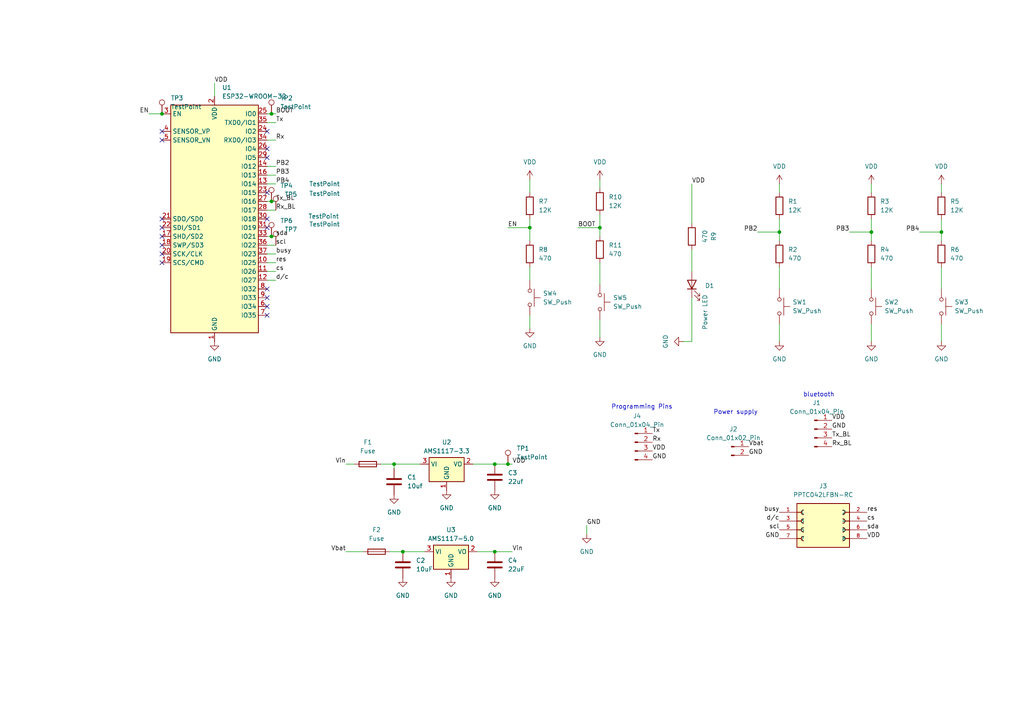
<source format=kicad_sch>
(kicad_sch
	(version 20231120)
	(generator "eeschema")
	(generator_version "8.0")
	(uuid "03cdf645-c6ba-4c08-a3f8-296e59db80a0")
	(paper "A4")
	(lib_symbols
		(symbol "Connector:Conn_01x02_Pin"
			(pin_names
				(offset 1.016) hide)
			(exclude_from_sim no)
			(in_bom yes)
			(on_board yes)
			(property "Reference" "J"
				(at 0 2.54 0)
				(effects
					(font
						(size 1.27 1.27)
					)
				)
			)
			(property "Value" "Conn_01x02_Pin"
				(at 0 -5.08 0)
				(effects
					(font
						(size 1.27 1.27)
					)
				)
			)
			(property "Footprint" ""
				(at 0 0 0)
				(effects
					(font
						(size 1.27 1.27)
					)
					(hide yes)
				)
			)
			(property "Datasheet" "~"
				(at 0 0 0)
				(effects
					(font
						(size 1.27 1.27)
					)
					(hide yes)
				)
			)
			(property "Description" "Generic connector, single row, 01x02, script generated"
				(at 0 0 0)
				(effects
					(font
						(size 1.27 1.27)
					)
					(hide yes)
				)
			)
			(property "ki_locked" ""
				(at 0 0 0)
				(effects
					(font
						(size 1.27 1.27)
					)
				)
			)
			(property "ki_keywords" "connector"
				(at 0 0 0)
				(effects
					(font
						(size 1.27 1.27)
					)
					(hide yes)
				)
			)
			(property "ki_fp_filters" "Connector*:*_1x??_*"
				(at 0 0 0)
				(effects
					(font
						(size 1.27 1.27)
					)
					(hide yes)
				)
			)
			(symbol "Conn_01x02_Pin_1_1"
				(polyline
					(pts
						(xy 1.27 -2.54) (xy 0.8636 -2.54)
					)
					(stroke
						(width 0.1524)
						(type default)
					)
					(fill
						(type none)
					)
				)
				(polyline
					(pts
						(xy 1.27 0) (xy 0.8636 0)
					)
					(stroke
						(width 0.1524)
						(type default)
					)
					(fill
						(type none)
					)
				)
				(rectangle
					(start 0.8636 -2.413)
					(end 0 -2.667)
					(stroke
						(width 0.1524)
						(type default)
					)
					(fill
						(type outline)
					)
				)
				(rectangle
					(start 0.8636 0.127)
					(end 0 -0.127)
					(stroke
						(width 0.1524)
						(type default)
					)
					(fill
						(type outline)
					)
				)
				(pin passive line
					(at 5.08 0 180)
					(length 3.81)
					(name "Pin_1"
						(effects
							(font
								(size 1.27 1.27)
							)
						)
					)
					(number "1"
						(effects
							(font
								(size 1.27 1.27)
							)
						)
					)
				)
				(pin passive line
					(at 5.08 -2.54 180)
					(length 3.81)
					(name "Pin_2"
						(effects
							(font
								(size 1.27 1.27)
							)
						)
					)
					(number "2"
						(effects
							(font
								(size 1.27 1.27)
							)
						)
					)
				)
			)
		)
		(symbol "Connector:Conn_01x04_Pin"
			(pin_names
				(offset 1.016) hide)
			(exclude_from_sim no)
			(in_bom yes)
			(on_board yes)
			(property "Reference" "J"
				(at 0 5.08 0)
				(effects
					(font
						(size 1.27 1.27)
					)
				)
			)
			(property "Value" "Conn_01x04_Pin"
				(at 0 -7.62 0)
				(effects
					(font
						(size 1.27 1.27)
					)
				)
			)
			(property "Footprint" ""
				(at 0 0 0)
				(effects
					(font
						(size 1.27 1.27)
					)
					(hide yes)
				)
			)
			(property "Datasheet" "~"
				(at 0 0 0)
				(effects
					(font
						(size 1.27 1.27)
					)
					(hide yes)
				)
			)
			(property "Description" "Generic connector, single row, 01x04, script generated"
				(at 0 0 0)
				(effects
					(font
						(size 1.27 1.27)
					)
					(hide yes)
				)
			)
			(property "ki_locked" ""
				(at 0 0 0)
				(effects
					(font
						(size 1.27 1.27)
					)
				)
			)
			(property "ki_keywords" "connector"
				(at 0 0 0)
				(effects
					(font
						(size 1.27 1.27)
					)
					(hide yes)
				)
			)
			(property "ki_fp_filters" "Connector*:*_1x??_*"
				(at 0 0 0)
				(effects
					(font
						(size 1.27 1.27)
					)
					(hide yes)
				)
			)
			(symbol "Conn_01x04_Pin_1_1"
				(polyline
					(pts
						(xy 1.27 -5.08) (xy 0.8636 -5.08)
					)
					(stroke
						(width 0.1524)
						(type default)
					)
					(fill
						(type none)
					)
				)
				(polyline
					(pts
						(xy 1.27 -2.54) (xy 0.8636 -2.54)
					)
					(stroke
						(width 0.1524)
						(type default)
					)
					(fill
						(type none)
					)
				)
				(polyline
					(pts
						(xy 1.27 0) (xy 0.8636 0)
					)
					(stroke
						(width 0.1524)
						(type default)
					)
					(fill
						(type none)
					)
				)
				(polyline
					(pts
						(xy 1.27 2.54) (xy 0.8636 2.54)
					)
					(stroke
						(width 0.1524)
						(type default)
					)
					(fill
						(type none)
					)
				)
				(rectangle
					(start 0.8636 -4.953)
					(end 0 -5.207)
					(stroke
						(width 0.1524)
						(type default)
					)
					(fill
						(type outline)
					)
				)
				(rectangle
					(start 0.8636 -2.413)
					(end 0 -2.667)
					(stroke
						(width 0.1524)
						(type default)
					)
					(fill
						(type outline)
					)
				)
				(rectangle
					(start 0.8636 0.127)
					(end 0 -0.127)
					(stroke
						(width 0.1524)
						(type default)
					)
					(fill
						(type outline)
					)
				)
				(rectangle
					(start 0.8636 2.667)
					(end 0 2.413)
					(stroke
						(width 0.1524)
						(type default)
					)
					(fill
						(type outline)
					)
				)
				(pin passive line
					(at 5.08 2.54 180)
					(length 3.81)
					(name "Pin_1"
						(effects
							(font
								(size 1.27 1.27)
							)
						)
					)
					(number "1"
						(effects
							(font
								(size 1.27 1.27)
							)
						)
					)
				)
				(pin passive line
					(at 5.08 0 180)
					(length 3.81)
					(name "Pin_2"
						(effects
							(font
								(size 1.27 1.27)
							)
						)
					)
					(number "2"
						(effects
							(font
								(size 1.27 1.27)
							)
						)
					)
				)
				(pin passive line
					(at 5.08 -2.54 180)
					(length 3.81)
					(name "Pin_3"
						(effects
							(font
								(size 1.27 1.27)
							)
						)
					)
					(number "3"
						(effects
							(font
								(size 1.27 1.27)
							)
						)
					)
				)
				(pin passive line
					(at 5.08 -5.08 180)
					(length 3.81)
					(name "Pin_4"
						(effects
							(font
								(size 1.27 1.27)
							)
						)
					)
					(number "4"
						(effects
							(font
								(size 1.27 1.27)
							)
						)
					)
				)
			)
		)
		(symbol "Connector:TestPoint"
			(pin_numbers hide)
			(pin_names
				(offset 0.762) hide)
			(exclude_from_sim no)
			(in_bom yes)
			(on_board yes)
			(property "Reference" "TP"
				(at 0 6.858 0)
				(effects
					(font
						(size 1.27 1.27)
					)
				)
			)
			(property "Value" "TestPoint"
				(at 0 5.08 0)
				(effects
					(font
						(size 1.27 1.27)
					)
				)
			)
			(property "Footprint" ""
				(at 5.08 0 0)
				(effects
					(font
						(size 1.27 1.27)
					)
					(hide yes)
				)
			)
			(property "Datasheet" "~"
				(at 5.08 0 0)
				(effects
					(font
						(size 1.27 1.27)
					)
					(hide yes)
				)
			)
			(property "Description" "test point"
				(at 0 0 0)
				(effects
					(font
						(size 1.27 1.27)
					)
					(hide yes)
				)
			)
			(property "ki_keywords" "test point tp"
				(at 0 0 0)
				(effects
					(font
						(size 1.27 1.27)
					)
					(hide yes)
				)
			)
			(property "ki_fp_filters" "Pin* Test*"
				(at 0 0 0)
				(effects
					(font
						(size 1.27 1.27)
					)
					(hide yes)
				)
			)
			(symbol "TestPoint_0_1"
				(circle
					(center 0 3.302)
					(radius 0.762)
					(stroke
						(width 0)
						(type default)
					)
					(fill
						(type none)
					)
				)
			)
			(symbol "TestPoint_1_1"
				(pin passive line
					(at 0 0 90)
					(length 2.54)
					(name "1"
						(effects
							(font
								(size 1.27 1.27)
							)
						)
					)
					(number "1"
						(effects
							(font
								(size 1.27 1.27)
							)
						)
					)
				)
			)
		)
		(symbol "Device:C"
			(pin_numbers hide)
			(pin_names
				(offset 0.254)
			)
			(exclude_from_sim no)
			(in_bom yes)
			(on_board yes)
			(property "Reference" "C"
				(at 0.635 2.54 0)
				(effects
					(font
						(size 1.27 1.27)
					)
					(justify left)
				)
			)
			(property "Value" "C"
				(at 0.635 -2.54 0)
				(effects
					(font
						(size 1.27 1.27)
					)
					(justify left)
				)
			)
			(property "Footprint" ""
				(at 0.9652 -3.81 0)
				(effects
					(font
						(size 1.27 1.27)
					)
					(hide yes)
				)
			)
			(property "Datasheet" "~"
				(at 0 0 0)
				(effects
					(font
						(size 1.27 1.27)
					)
					(hide yes)
				)
			)
			(property "Description" "Unpolarized capacitor"
				(at 0 0 0)
				(effects
					(font
						(size 1.27 1.27)
					)
					(hide yes)
				)
			)
			(property "ki_keywords" "cap capacitor"
				(at 0 0 0)
				(effects
					(font
						(size 1.27 1.27)
					)
					(hide yes)
				)
			)
			(property "ki_fp_filters" "C_*"
				(at 0 0 0)
				(effects
					(font
						(size 1.27 1.27)
					)
					(hide yes)
				)
			)
			(symbol "C_0_1"
				(polyline
					(pts
						(xy -2.032 -0.762) (xy 2.032 -0.762)
					)
					(stroke
						(width 0.508)
						(type default)
					)
					(fill
						(type none)
					)
				)
				(polyline
					(pts
						(xy -2.032 0.762) (xy 2.032 0.762)
					)
					(stroke
						(width 0.508)
						(type default)
					)
					(fill
						(type none)
					)
				)
			)
			(symbol "C_1_1"
				(pin passive line
					(at 0 3.81 270)
					(length 2.794)
					(name "~"
						(effects
							(font
								(size 1.27 1.27)
							)
						)
					)
					(number "1"
						(effects
							(font
								(size 1.27 1.27)
							)
						)
					)
				)
				(pin passive line
					(at 0 -3.81 90)
					(length 2.794)
					(name "~"
						(effects
							(font
								(size 1.27 1.27)
							)
						)
					)
					(number "2"
						(effects
							(font
								(size 1.27 1.27)
							)
						)
					)
				)
			)
		)
		(symbol "Device:Fuse"
			(pin_numbers hide)
			(pin_names
				(offset 0)
			)
			(exclude_from_sim no)
			(in_bom yes)
			(on_board yes)
			(property "Reference" "F"
				(at 2.032 0 90)
				(effects
					(font
						(size 1.27 1.27)
					)
				)
			)
			(property "Value" "Fuse"
				(at -1.905 0 90)
				(effects
					(font
						(size 1.27 1.27)
					)
				)
			)
			(property "Footprint" ""
				(at -1.778 0 90)
				(effects
					(font
						(size 1.27 1.27)
					)
					(hide yes)
				)
			)
			(property "Datasheet" "~"
				(at 0 0 0)
				(effects
					(font
						(size 1.27 1.27)
					)
					(hide yes)
				)
			)
			(property "Description" "Fuse"
				(at 0 0 0)
				(effects
					(font
						(size 1.27 1.27)
					)
					(hide yes)
				)
			)
			(property "ki_keywords" "fuse"
				(at 0 0 0)
				(effects
					(font
						(size 1.27 1.27)
					)
					(hide yes)
				)
			)
			(property "ki_fp_filters" "*Fuse*"
				(at 0 0 0)
				(effects
					(font
						(size 1.27 1.27)
					)
					(hide yes)
				)
			)
			(symbol "Fuse_0_1"
				(rectangle
					(start -0.762 -2.54)
					(end 0.762 2.54)
					(stroke
						(width 0.254)
						(type default)
					)
					(fill
						(type none)
					)
				)
				(polyline
					(pts
						(xy 0 2.54) (xy 0 -2.54)
					)
					(stroke
						(width 0)
						(type default)
					)
					(fill
						(type none)
					)
				)
			)
			(symbol "Fuse_1_1"
				(pin passive line
					(at 0 3.81 270)
					(length 1.27)
					(name "~"
						(effects
							(font
								(size 1.27 1.27)
							)
						)
					)
					(number "1"
						(effects
							(font
								(size 1.27 1.27)
							)
						)
					)
				)
				(pin passive line
					(at 0 -3.81 90)
					(length 1.27)
					(name "~"
						(effects
							(font
								(size 1.27 1.27)
							)
						)
					)
					(number "2"
						(effects
							(font
								(size 1.27 1.27)
							)
						)
					)
				)
			)
		)
		(symbol "Device:LED"
			(pin_numbers hide)
			(pin_names
				(offset 1.016) hide)
			(exclude_from_sim no)
			(in_bom yes)
			(on_board yes)
			(property "Reference" "D"
				(at 0 2.54 0)
				(effects
					(font
						(size 1.27 1.27)
					)
				)
			)
			(property "Value" "LED"
				(at 0 -2.54 0)
				(effects
					(font
						(size 1.27 1.27)
					)
				)
			)
			(property "Footprint" ""
				(at 0 0 0)
				(effects
					(font
						(size 1.27 1.27)
					)
					(hide yes)
				)
			)
			(property "Datasheet" "~"
				(at 0 0 0)
				(effects
					(font
						(size 1.27 1.27)
					)
					(hide yes)
				)
			)
			(property "Description" "Light emitting diode"
				(at 0 0 0)
				(effects
					(font
						(size 1.27 1.27)
					)
					(hide yes)
				)
			)
			(property "ki_keywords" "LED diode"
				(at 0 0 0)
				(effects
					(font
						(size 1.27 1.27)
					)
					(hide yes)
				)
			)
			(property "ki_fp_filters" "LED* LED_SMD:* LED_THT:*"
				(at 0 0 0)
				(effects
					(font
						(size 1.27 1.27)
					)
					(hide yes)
				)
			)
			(symbol "LED_0_1"
				(polyline
					(pts
						(xy -1.27 -1.27) (xy -1.27 1.27)
					)
					(stroke
						(width 0.254)
						(type default)
					)
					(fill
						(type none)
					)
				)
				(polyline
					(pts
						(xy -1.27 0) (xy 1.27 0)
					)
					(stroke
						(width 0)
						(type default)
					)
					(fill
						(type none)
					)
				)
				(polyline
					(pts
						(xy 1.27 -1.27) (xy 1.27 1.27) (xy -1.27 0) (xy 1.27 -1.27)
					)
					(stroke
						(width 0.254)
						(type default)
					)
					(fill
						(type none)
					)
				)
				(polyline
					(pts
						(xy -3.048 -0.762) (xy -4.572 -2.286) (xy -3.81 -2.286) (xy -4.572 -2.286) (xy -4.572 -1.524)
					)
					(stroke
						(width 0)
						(type default)
					)
					(fill
						(type none)
					)
				)
				(polyline
					(pts
						(xy -1.778 -0.762) (xy -3.302 -2.286) (xy -2.54 -2.286) (xy -3.302 -2.286) (xy -3.302 -1.524)
					)
					(stroke
						(width 0)
						(type default)
					)
					(fill
						(type none)
					)
				)
			)
			(symbol "LED_1_1"
				(pin passive line
					(at -3.81 0 0)
					(length 2.54)
					(name "K"
						(effects
							(font
								(size 1.27 1.27)
							)
						)
					)
					(number "1"
						(effects
							(font
								(size 1.27 1.27)
							)
						)
					)
				)
				(pin passive line
					(at 3.81 0 180)
					(length 2.54)
					(name "A"
						(effects
							(font
								(size 1.27 1.27)
							)
						)
					)
					(number "2"
						(effects
							(font
								(size 1.27 1.27)
							)
						)
					)
				)
			)
		)
		(symbol "Device:R"
			(pin_numbers hide)
			(pin_names
				(offset 0)
			)
			(exclude_from_sim no)
			(in_bom yes)
			(on_board yes)
			(property "Reference" "R"
				(at 2.032 0 90)
				(effects
					(font
						(size 1.27 1.27)
					)
				)
			)
			(property "Value" "R"
				(at 0 0 90)
				(effects
					(font
						(size 1.27 1.27)
					)
				)
			)
			(property "Footprint" ""
				(at -1.778 0 90)
				(effects
					(font
						(size 1.27 1.27)
					)
					(hide yes)
				)
			)
			(property "Datasheet" "~"
				(at 0 0 0)
				(effects
					(font
						(size 1.27 1.27)
					)
					(hide yes)
				)
			)
			(property "Description" "Resistor"
				(at 0 0 0)
				(effects
					(font
						(size 1.27 1.27)
					)
					(hide yes)
				)
			)
			(property "ki_keywords" "R res resistor"
				(at 0 0 0)
				(effects
					(font
						(size 1.27 1.27)
					)
					(hide yes)
				)
			)
			(property "ki_fp_filters" "R_*"
				(at 0 0 0)
				(effects
					(font
						(size 1.27 1.27)
					)
					(hide yes)
				)
			)
			(symbol "R_0_1"
				(rectangle
					(start -1.016 -2.54)
					(end 1.016 2.54)
					(stroke
						(width 0.254)
						(type default)
					)
					(fill
						(type none)
					)
				)
			)
			(symbol "R_1_1"
				(pin passive line
					(at 0 3.81 270)
					(length 1.27)
					(name "~"
						(effects
							(font
								(size 1.27 1.27)
							)
						)
					)
					(number "1"
						(effects
							(font
								(size 1.27 1.27)
							)
						)
					)
				)
				(pin passive line
					(at 0 -3.81 90)
					(length 1.27)
					(name "~"
						(effects
							(font
								(size 1.27 1.27)
							)
						)
					)
					(number "2"
						(effects
							(font
								(size 1.27 1.27)
							)
						)
					)
				)
			)
		)
		(symbol "PPTC042LFBN-RC:PPTC042LFBN-RC"
			(pin_names
				(offset 1.016)
			)
			(exclude_from_sim no)
			(in_bom yes)
			(on_board yes)
			(property "Reference" "J"
				(at -7.62 8.89 0)
				(effects
					(font
						(size 1.27 1.27)
					)
					(justify left bottom)
				)
			)
			(property "Value" "PPTC042LFBN-RC"
				(at -7.62 -7.62 0)
				(effects
					(font
						(size 1.27 1.27)
					)
					(justify left bottom)
				)
			)
			(property "Footprint" "PPTC042LFBN-RC:SULLINS_PPTC042LFBN-RC"
				(at 0 0 0)
				(effects
					(font
						(size 1.27 1.27)
					)
					(justify bottom)
					(hide yes)
				)
			)
			(property "Datasheet" ""
				(at 0 0 0)
				(effects
					(font
						(size 1.27 1.27)
					)
					(hide yes)
				)
			)
			(property "Description" ""
				(at 0 0 0)
				(effects
					(font
						(size 1.27 1.27)
					)
					(hide yes)
				)
			)
			(property "PARTREV" "L"
				(at 0 0 0)
				(effects
					(font
						(size 1.27 1.27)
					)
					(justify bottom)
					(hide yes)
				)
			)
			(property "STANDARD" "Manufacturer Recommendations"
				(at 0 0 0)
				(effects
					(font
						(size 1.27 1.27)
					)
					(justify bottom)
					(hide yes)
				)
			)
			(property "SNAPEDA_PN" "PPTC042LFBN-RC"
				(at 0 0 0)
				(effects
					(font
						(size 1.27 1.27)
					)
					(justify bottom)
					(hide yes)
				)
			)
			(property "MAXIMUM_PACKAGE_HEIGHT" "8.50mm"
				(at 0 0 0)
				(effects
					(font
						(size 1.27 1.27)
					)
					(justify bottom)
					(hide yes)
				)
			)
			(property "MANUFACTURER" "Sullins"
				(at 0 0 0)
				(effects
					(font
						(size 1.27 1.27)
					)
					(justify bottom)
					(hide yes)
				)
			)
			(symbol "PPTC042LFBN-RC_0_0"
				(rectangle
					(start -7.62 -5.08)
					(end 7.62 7.62)
					(stroke
						(width 0.254)
						(type default)
					)
					(fill
						(type background)
					)
				)
				(arc
					(start -5.715 -1.905)
					(mid -6.3472 -2.54)
					(end -5.715 -3.175)
					(stroke
						(width 0.254)
						(type default)
					)
					(fill
						(type none)
					)
				)
				(arc
					(start -5.715 0.635)
					(mid -6.3472 0)
					(end -5.715 -0.635)
					(stroke
						(width 0.254)
						(type default)
					)
					(fill
						(type none)
					)
				)
				(arc
					(start -5.715 3.175)
					(mid -6.3472 2.54)
					(end -5.715 1.905)
					(stroke
						(width 0.254)
						(type default)
					)
					(fill
						(type none)
					)
				)
				(arc
					(start -5.715 5.715)
					(mid -6.3472 5.08)
					(end -5.715 4.445)
					(stroke
						(width 0.254)
						(type default)
					)
					(fill
						(type none)
					)
				)
				(polyline
					(pts
						(xy -7.62 -2.54) (xy -6.35 -2.54)
					)
					(stroke
						(width 0.254)
						(type default)
					)
					(fill
						(type none)
					)
				)
				(polyline
					(pts
						(xy -7.62 0) (xy -6.35 0)
					)
					(stroke
						(width 0.254)
						(type default)
					)
					(fill
						(type none)
					)
				)
				(polyline
					(pts
						(xy -7.62 2.54) (xy -6.35 2.54)
					)
					(stroke
						(width 0.254)
						(type default)
					)
					(fill
						(type none)
					)
				)
				(polyline
					(pts
						(xy -7.62 5.08) (xy -6.35 5.08)
					)
					(stroke
						(width 0.254)
						(type default)
					)
					(fill
						(type none)
					)
				)
				(polyline
					(pts
						(xy 7.62 -2.54) (xy 6.35 -2.54)
					)
					(stroke
						(width 0.254)
						(type default)
					)
					(fill
						(type none)
					)
				)
				(polyline
					(pts
						(xy 7.62 0) (xy 6.35 0)
					)
					(stroke
						(width 0.254)
						(type default)
					)
					(fill
						(type none)
					)
				)
				(polyline
					(pts
						(xy 7.62 2.54) (xy 6.35 2.54)
					)
					(stroke
						(width 0.254)
						(type default)
					)
					(fill
						(type none)
					)
				)
				(polyline
					(pts
						(xy 7.62 5.08) (xy 6.35 5.08)
					)
					(stroke
						(width 0.254)
						(type default)
					)
					(fill
						(type none)
					)
				)
				(arc
					(start 5.715 -3.175)
					(mid 6.3472 -2.54)
					(end 5.715 -1.905)
					(stroke
						(width 0.254)
						(type default)
					)
					(fill
						(type none)
					)
				)
				(arc
					(start 5.715 -0.635)
					(mid 6.3472 0)
					(end 5.715 0.635)
					(stroke
						(width 0.254)
						(type default)
					)
					(fill
						(type none)
					)
				)
				(arc
					(start 5.715 1.905)
					(mid 6.3472 2.54)
					(end 5.715 3.175)
					(stroke
						(width 0.254)
						(type default)
					)
					(fill
						(type none)
					)
				)
				(arc
					(start 5.715 4.445)
					(mid 6.3472 5.08)
					(end 5.715 5.715)
					(stroke
						(width 0.254)
						(type default)
					)
					(fill
						(type none)
					)
				)
				(pin passive line
					(at -12.7 5.08 0)
					(length 5.08)
					(name "1"
						(effects
							(font
								(size 1.016 1.016)
							)
						)
					)
					(number "1"
						(effects
							(font
								(size 1.016 1.016)
							)
						)
					)
				)
				(pin passive line
					(at 12.7 5.08 180)
					(length 5.08)
					(name "2"
						(effects
							(font
								(size 1.016 1.016)
							)
						)
					)
					(number "2"
						(effects
							(font
								(size 1.016 1.016)
							)
						)
					)
				)
				(pin passive line
					(at -12.7 2.54 0)
					(length 5.08)
					(name "3"
						(effects
							(font
								(size 1.016 1.016)
							)
						)
					)
					(number "3"
						(effects
							(font
								(size 1.016 1.016)
							)
						)
					)
				)
				(pin passive line
					(at 12.7 2.54 180)
					(length 5.08)
					(name "4"
						(effects
							(font
								(size 1.016 1.016)
							)
						)
					)
					(number "4"
						(effects
							(font
								(size 1.016 1.016)
							)
						)
					)
				)
				(pin passive line
					(at -12.7 0 0)
					(length 5.08)
					(name "5"
						(effects
							(font
								(size 1.016 1.016)
							)
						)
					)
					(number "5"
						(effects
							(font
								(size 1.016 1.016)
							)
						)
					)
				)
				(pin passive line
					(at 12.7 0 180)
					(length 5.08)
					(name "6"
						(effects
							(font
								(size 1.016 1.016)
							)
						)
					)
					(number "6"
						(effects
							(font
								(size 1.016 1.016)
							)
						)
					)
				)
				(pin passive line
					(at -12.7 -2.54 0)
					(length 5.08)
					(name "7"
						(effects
							(font
								(size 1.016 1.016)
							)
						)
					)
					(number "7"
						(effects
							(font
								(size 1.016 1.016)
							)
						)
					)
				)
				(pin passive line
					(at 12.7 -2.54 180)
					(length 5.08)
					(name "8"
						(effects
							(font
								(size 1.016 1.016)
							)
						)
					)
					(number "8"
						(effects
							(font
								(size 1.016 1.016)
							)
						)
					)
				)
			)
		)
		(symbol "RF_Module:ESP32-WROOM-32"
			(exclude_from_sim no)
			(in_bom yes)
			(on_board yes)
			(property "Reference" "U"
				(at -12.7 34.29 0)
				(effects
					(font
						(size 1.27 1.27)
					)
					(justify left)
				)
			)
			(property "Value" "ESP32-WROOM-32"
				(at 1.27 34.29 0)
				(effects
					(font
						(size 1.27 1.27)
					)
					(justify left)
				)
			)
			(property "Footprint" "RF_Module:ESP32-WROOM-32"
				(at 0 -38.1 0)
				(effects
					(font
						(size 1.27 1.27)
					)
					(hide yes)
				)
			)
			(property "Datasheet" "https://www.espressif.com/sites/default/files/documentation/esp32-wroom-32_datasheet_en.pdf"
				(at -7.62 1.27 0)
				(effects
					(font
						(size 1.27 1.27)
					)
					(hide yes)
				)
			)
			(property "Description" "RF Module, ESP32-D0WDQ6 SoC, Wi-Fi 802.11b/g/n, Bluetooth, BLE, 32-bit, 2.7-3.6V, onboard antenna, SMD"
				(at 0 0 0)
				(effects
					(font
						(size 1.27 1.27)
					)
					(hide yes)
				)
			)
			(property "ki_keywords" "RF Radio BT ESP ESP32 Espressif onboard PCB antenna"
				(at 0 0 0)
				(effects
					(font
						(size 1.27 1.27)
					)
					(hide yes)
				)
			)
			(property "ki_fp_filters" "ESP32?WROOM?32*"
				(at 0 0 0)
				(effects
					(font
						(size 1.27 1.27)
					)
					(hide yes)
				)
			)
			(symbol "ESP32-WROOM-32_0_1"
				(rectangle
					(start -12.7 33.02)
					(end 12.7 -33.02)
					(stroke
						(width 0.254)
						(type default)
					)
					(fill
						(type background)
					)
				)
			)
			(symbol "ESP32-WROOM-32_1_1"
				(pin power_in line
					(at 0 -35.56 90)
					(length 2.54)
					(name "GND"
						(effects
							(font
								(size 1.27 1.27)
							)
						)
					)
					(number "1"
						(effects
							(font
								(size 1.27 1.27)
							)
						)
					)
				)
				(pin bidirectional line
					(at 15.24 -12.7 180)
					(length 2.54)
					(name "IO25"
						(effects
							(font
								(size 1.27 1.27)
							)
						)
					)
					(number "10"
						(effects
							(font
								(size 1.27 1.27)
							)
						)
					)
				)
				(pin bidirectional line
					(at 15.24 -15.24 180)
					(length 2.54)
					(name "IO26"
						(effects
							(font
								(size 1.27 1.27)
							)
						)
					)
					(number "11"
						(effects
							(font
								(size 1.27 1.27)
							)
						)
					)
				)
				(pin bidirectional line
					(at 15.24 -17.78 180)
					(length 2.54)
					(name "IO27"
						(effects
							(font
								(size 1.27 1.27)
							)
						)
					)
					(number "12"
						(effects
							(font
								(size 1.27 1.27)
							)
						)
					)
				)
				(pin bidirectional line
					(at 15.24 10.16 180)
					(length 2.54)
					(name "IO14"
						(effects
							(font
								(size 1.27 1.27)
							)
						)
					)
					(number "13"
						(effects
							(font
								(size 1.27 1.27)
							)
						)
					)
				)
				(pin bidirectional line
					(at 15.24 15.24 180)
					(length 2.54)
					(name "IO12"
						(effects
							(font
								(size 1.27 1.27)
							)
						)
					)
					(number "14"
						(effects
							(font
								(size 1.27 1.27)
							)
						)
					)
				)
				(pin passive line
					(at 0 -35.56 90)
					(length 2.54) hide
					(name "GND"
						(effects
							(font
								(size 1.27 1.27)
							)
						)
					)
					(number "15"
						(effects
							(font
								(size 1.27 1.27)
							)
						)
					)
				)
				(pin bidirectional line
					(at 15.24 12.7 180)
					(length 2.54)
					(name "IO13"
						(effects
							(font
								(size 1.27 1.27)
							)
						)
					)
					(number "16"
						(effects
							(font
								(size 1.27 1.27)
							)
						)
					)
				)
				(pin bidirectional line
					(at -15.24 -5.08 0)
					(length 2.54)
					(name "SHD/SD2"
						(effects
							(font
								(size 1.27 1.27)
							)
						)
					)
					(number "17"
						(effects
							(font
								(size 1.27 1.27)
							)
						)
					)
				)
				(pin bidirectional line
					(at -15.24 -7.62 0)
					(length 2.54)
					(name "SWP/SD3"
						(effects
							(font
								(size 1.27 1.27)
							)
						)
					)
					(number "18"
						(effects
							(font
								(size 1.27 1.27)
							)
						)
					)
				)
				(pin bidirectional line
					(at -15.24 -12.7 0)
					(length 2.54)
					(name "SCS/CMD"
						(effects
							(font
								(size 1.27 1.27)
							)
						)
					)
					(number "19"
						(effects
							(font
								(size 1.27 1.27)
							)
						)
					)
				)
				(pin power_in line
					(at 0 35.56 270)
					(length 2.54)
					(name "VDD"
						(effects
							(font
								(size 1.27 1.27)
							)
						)
					)
					(number "2"
						(effects
							(font
								(size 1.27 1.27)
							)
						)
					)
				)
				(pin bidirectional line
					(at -15.24 -10.16 0)
					(length 2.54)
					(name "SCK/CLK"
						(effects
							(font
								(size 1.27 1.27)
							)
						)
					)
					(number "20"
						(effects
							(font
								(size 1.27 1.27)
							)
						)
					)
				)
				(pin bidirectional line
					(at -15.24 0 0)
					(length 2.54)
					(name "SDO/SD0"
						(effects
							(font
								(size 1.27 1.27)
							)
						)
					)
					(number "21"
						(effects
							(font
								(size 1.27 1.27)
							)
						)
					)
				)
				(pin bidirectional line
					(at -15.24 -2.54 0)
					(length 2.54)
					(name "SDI/SD1"
						(effects
							(font
								(size 1.27 1.27)
							)
						)
					)
					(number "22"
						(effects
							(font
								(size 1.27 1.27)
							)
						)
					)
				)
				(pin bidirectional line
					(at 15.24 7.62 180)
					(length 2.54)
					(name "IO15"
						(effects
							(font
								(size 1.27 1.27)
							)
						)
					)
					(number "23"
						(effects
							(font
								(size 1.27 1.27)
							)
						)
					)
				)
				(pin bidirectional line
					(at 15.24 25.4 180)
					(length 2.54)
					(name "IO2"
						(effects
							(font
								(size 1.27 1.27)
							)
						)
					)
					(number "24"
						(effects
							(font
								(size 1.27 1.27)
							)
						)
					)
				)
				(pin bidirectional line
					(at 15.24 30.48 180)
					(length 2.54)
					(name "IO0"
						(effects
							(font
								(size 1.27 1.27)
							)
						)
					)
					(number "25"
						(effects
							(font
								(size 1.27 1.27)
							)
						)
					)
				)
				(pin bidirectional line
					(at 15.24 20.32 180)
					(length 2.54)
					(name "IO4"
						(effects
							(font
								(size 1.27 1.27)
							)
						)
					)
					(number "26"
						(effects
							(font
								(size 1.27 1.27)
							)
						)
					)
				)
				(pin bidirectional line
					(at 15.24 5.08 180)
					(length 2.54)
					(name "IO16"
						(effects
							(font
								(size 1.27 1.27)
							)
						)
					)
					(number "27"
						(effects
							(font
								(size 1.27 1.27)
							)
						)
					)
				)
				(pin bidirectional line
					(at 15.24 2.54 180)
					(length 2.54)
					(name "IO17"
						(effects
							(font
								(size 1.27 1.27)
							)
						)
					)
					(number "28"
						(effects
							(font
								(size 1.27 1.27)
							)
						)
					)
				)
				(pin bidirectional line
					(at 15.24 17.78 180)
					(length 2.54)
					(name "IO5"
						(effects
							(font
								(size 1.27 1.27)
							)
						)
					)
					(number "29"
						(effects
							(font
								(size 1.27 1.27)
							)
						)
					)
				)
				(pin input line
					(at -15.24 30.48 0)
					(length 2.54)
					(name "EN"
						(effects
							(font
								(size 1.27 1.27)
							)
						)
					)
					(number "3"
						(effects
							(font
								(size 1.27 1.27)
							)
						)
					)
				)
				(pin bidirectional line
					(at 15.24 0 180)
					(length 2.54)
					(name "IO18"
						(effects
							(font
								(size 1.27 1.27)
							)
						)
					)
					(number "30"
						(effects
							(font
								(size 1.27 1.27)
							)
						)
					)
				)
				(pin bidirectional line
					(at 15.24 -2.54 180)
					(length 2.54)
					(name "IO19"
						(effects
							(font
								(size 1.27 1.27)
							)
						)
					)
					(number "31"
						(effects
							(font
								(size 1.27 1.27)
							)
						)
					)
				)
				(pin no_connect line
					(at -12.7 -27.94 0)
					(length 2.54) hide
					(name "NC"
						(effects
							(font
								(size 1.27 1.27)
							)
						)
					)
					(number "32"
						(effects
							(font
								(size 1.27 1.27)
							)
						)
					)
				)
				(pin bidirectional line
					(at 15.24 -5.08 180)
					(length 2.54)
					(name "IO21"
						(effects
							(font
								(size 1.27 1.27)
							)
						)
					)
					(number "33"
						(effects
							(font
								(size 1.27 1.27)
							)
						)
					)
				)
				(pin bidirectional line
					(at 15.24 22.86 180)
					(length 2.54)
					(name "RXD0/IO3"
						(effects
							(font
								(size 1.27 1.27)
							)
						)
					)
					(number "34"
						(effects
							(font
								(size 1.27 1.27)
							)
						)
					)
				)
				(pin bidirectional line
					(at 15.24 27.94 180)
					(length 2.54)
					(name "TXD0/IO1"
						(effects
							(font
								(size 1.27 1.27)
							)
						)
					)
					(number "35"
						(effects
							(font
								(size 1.27 1.27)
							)
						)
					)
				)
				(pin bidirectional line
					(at 15.24 -7.62 180)
					(length 2.54)
					(name "IO22"
						(effects
							(font
								(size 1.27 1.27)
							)
						)
					)
					(number "36"
						(effects
							(font
								(size 1.27 1.27)
							)
						)
					)
				)
				(pin bidirectional line
					(at 15.24 -10.16 180)
					(length 2.54)
					(name "IO23"
						(effects
							(font
								(size 1.27 1.27)
							)
						)
					)
					(number "37"
						(effects
							(font
								(size 1.27 1.27)
							)
						)
					)
				)
				(pin passive line
					(at 0 -35.56 90)
					(length 2.54) hide
					(name "GND"
						(effects
							(font
								(size 1.27 1.27)
							)
						)
					)
					(number "38"
						(effects
							(font
								(size 1.27 1.27)
							)
						)
					)
				)
				(pin passive line
					(at 0 -35.56 90)
					(length 2.54) hide
					(name "GND"
						(effects
							(font
								(size 1.27 1.27)
							)
						)
					)
					(number "39"
						(effects
							(font
								(size 1.27 1.27)
							)
						)
					)
				)
				(pin input line
					(at -15.24 25.4 0)
					(length 2.54)
					(name "SENSOR_VP"
						(effects
							(font
								(size 1.27 1.27)
							)
						)
					)
					(number "4"
						(effects
							(font
								(size 1.27 1.27)
							)
						)
					)
				)
				(pin input line
					(at -15.24 22.86 0)
					(length 2.54)
					(name "SENSOR_VN"
						(effects
							(font
								(size 1.27 1.27)
							)
						)
					)
					(number "5"
						(effects
							(font
								(size 1.27 1.27)
							)
						)
					)
				)
				(pin input line
					(at 15.24 -25.4 180)
					(length 2.54)
					(name "IO34"
						(effects
							(font
								(size 1.27 1.27)
							)
						)
					)
					(number "6"
						(effects
							(font
								(size 1.27 1.27)
							)
						)
					)
				)
				(pin input line
					(at 15.24 -27.94 180)
					(length 2.54)
					(name "IO35"
						(effects
							(font
								(size 1.27 1.27)
							)
						)
					)
					(number "7"
						(effects
							(font
								(size 1.27 1.27)
							)
						)
					)
				)
				(pin bidirectional line
					(at 15.24 -20.32 180)
					(length 2.54)
					(name "IO32"
						(effects
							(font
								(size 1.27 1.27)
							)
						)
					)
					(number "8"
						(effects
							(font
								(size 1.27 1.27)
							)
						)
					)
				)
				(pin bidirectional line
					(at 15.24 -22.86 180)
					(length 2.54)
					(name "IO33"
						(effects
							(font
								(size 1.27 1.27)
							)
						)
					)
					(number "9"
						(effects
							(font
								(size 1.27 1.27)
							)
						)
					)
				)
			)
		)
		(symbol "Regulator_Linear:AMS1117-3.3"
			(exclude_from_sim no)
			(in_bom yes)
			(on_board yes)
			(property "Reference" "U"
				(at -3.81 3.175 0)
				(effects
					(font
						(size 1.27 1.27)
					)
				)
			)
			(property "Value" "AMS1117-3.3"
				(at 0 3.175 0)
				(effects
					(font
						(size 1.27 1.27)
					)
					(justify left)
				)
			)
			(property "Footprint" "Package_TO_SOT_SMD:SOT-223-3_TabPin2"
				(at 0 5.08 0)
				(effects
					(font
						(size 1.27 1.27)
					)
					(hide yes)
				)
			)
			(property "Datasheet" "http://www.advanced-monolithic.com/pdf/ds1117.pdf"
				(at 2.54 -6.35 0)
				(effects
					(font
						(size 1.27 1.27)
					)
					(hide yes)
				)
			)
			(property "Description" "1A Low Dropout regulator, positive, 3.3V fixed output, SOT-223"
				(at 0 0 0)
				(effects
					(font
						(size 1.27 1.27)
					)
					(hide yes)
				)
			)
			(property "ki_keywords" "linear regulator ldo fixed positive"
				(at 0 0 0)
				(effects
					(font
						(size 1.27 1.27)
					)
					(hide yes)
				)
			)
			(property "ki_fp_filters" "SOT?223*TabPin2*"
				(at 0 0 0)
				(effects
					(font
						(size 1.27 1.27)
					)
					(hide yes)
				)
			)
			(symbol "AMS1117-3.3_0_1"
				(rectangle
					(start -5.08 -5.08)
					(end 5.08 1.905)
					(stroke
						(width 0.254)
						(type default)
					)
					(fill
						(type background)
					)
				)
			)
			(symbol "AMS1117-3.3_1_1"
				(pin power_in line
					(at 0 -7.62 90)
					(length 2.54)
					(name "GND"
						(effects
							(font
								(size 1.27 1.27)
							)
						)
					)
					(number "1"
						(effects
							(font
								(size 1.27 1.27)
							)
						)
					)
				)
				(pin power_out line
					(at 7.62 0 180)
					(length 2.54)
					(name "VO"
						(effects
							(font
								(size 1.27 1.27)
							)
						)
					)
					(number "2"
						(effects
							(font
								(size 1.27 1.27)
							)
						)
					)
				)
				(pin power_in line
					(at -7.62 0 0)
					(length 2.54)
					(name "VI"
						(effects
							(font
								(size 1.27 1.27)
							)
						)
					)
					(number "3"
						(effects
							(font
								(size 1.27 1.27)
							)
						)
					)
				)
			)
		)
		(symbol "Regulator_Linear:AMS1117-5.0"
			(exclude_from_sim no)
			(in_bom yes)
			(on_board yes)
			(property "Reference" "U"
				(at -3.81 3.175 0)
				(effects
					(font
						(size 1.27 1.27)
					)
				)
			)
			(property "Value" "AMS1117-5.0"
				(at 0 3.175 0)
				(effects
					(font
						(size 1.27 1.27)
					)
					(justify left)
				)
			)
			(property "Footprint" "Package_TO_SOT_SMD:SOT-223-3_TabPin2"
				(at 0 5.08 0)
				(effects
					(font
						(size 1.27 1.27)
					)
					(hide yes)
				)
			)
			(property "Datasheet" "http://www.advanced-monolithic.com/pdf/ds1117.pdf"
				(at 2.54 -6.35 0)
				(effects
					(font
						(size 1.27 1.27)
					)
					(hide yes)
				)
			)
			(property "Description" "1A Low Dropout regulator, positive, 5.0V fixed output, SOT-223"
				(at 0 0 0)
				(effects
					(font
						(size 1.27 1.27)
					)
					(hide yes)
				)
			)
			(property "ki_keywords" "linear regulator ldo fixed positive"
				(at 0 0 0)
				(effects
					(font
						(size 1.27 1.27)
					)
					(hide yes)
				)
			)
			(property "ki_fp_filters" "SOT?223*TabPin2*"
				(at 0 0 0)
				(effects
					(font
						(size 1.27 1.27)
					)
					(hide yes)
				)
			)
			(symbol "AMS1117-5.0_0_1"
				(rectangle
					(start -5.08 -5.08)
					(end 5.08 1.905)
					(stroke
						(width 0.254)
						(type default)
					)
					(fill
						(type background)
					)
				)
			)
			(symbol "AMS1117-5.0_1_1"
				(pin power_in line
					(at 0 -7.62 90)
					(length 2.54)
					(name "GND"
						(effects
							(font
								(size 1.27 1.27)
							)
						)
					)
					(number "1"
						(effects
							(font
								(size 1.27 1.27)
							)
						)
					)
				)
				(pin power_out line
					(at 7.62 0 180)
					(length 2.54)
					(name "VO"
						(effects
							(font
								(size 1.27 1.27)
							)
						)
					)
					(number "2"
						(effects
							(font
								(size 1.27 1.27)
							)
						)
					)
				)
				(pin power_in line
					(at -7.62 0 0)
					(length 2.54)
					(name "VI"
						(effects
							(font
								(size 1.27 1.27)
							)
						)
					)
					(number "3"
						(effects
							(font
								(size 1.27 1.27)
							)
						)
					)
				)
			)
		)
		(symbol "Switch:SW_Push"
			(pin_numbers hide)
			(pin_names
				(offset 1.016) hide)
			(exclude_from_sim no)
			(in_bom yes)
			(on_board yes)
			(property "Reference" "SW"
				(at 1.27 2.54 0)
				(effects
					(font
						(size 1.27 1.27)
					)
					(justify left)
				)
			)
			(property "Value" "SW_Push"
				(at 0 -1.524 0)
				(effects
					(font
						(size 1.27 1.27)
					)
				)
			)
			(property "Footprint" ""
				(at 0 5.08 0)
				(effects
					(font
						(size 1.27 1.27)
					)
					(hide yes)
				)
			)
			(property "Datasheet" "~"
				(at 0 5.08 0)
				(effects
					(font
						(size 1.27 1.27)
					)
					(hide yes)
				)
			)
			(property "Description" "Push button switch, generic, two pins"
				(at 0 0 0)
				(effects
					(font
						(size 1.27 1.27)
					)
					(hide yes)
				)
			)
			(property "ki_keywords" "switch normally-open pushbutton push-button"
				(at 0 0 0)
				(effects
					(font
						(size 1.27 1.27)
					)
					(hide yes)
				)
			)
			(symbol "SW_Push_0_1"
				(circle
					(center -2.032 0)
					(radius 0.508)
					(stroke
						(width 0)
						(type default)
					)
					(fill
						(type none)
					)
				)
				(polyline
					(pts
						(xy 0 1.27) (xy 0 3.048)
					)
					(stroke
						(width 0)
						(type default)
					)
					(fill
						(type none)
					)
				)
				(polyline
					(pts
						(xy 2.54 1.27) (xy -2.54 1.27)
					)
					(stroke
						(width 0)
						(type default)
					)
					(fill
						(type none)
					)
				)
				(circle
					(center 2.032 0)
					(radius 0.508)
					(stroke
						(width 0)
						(type default)
					)
					(fill
						(type none)
					)
				)
				(pin passive line
					(at -5.08 0 0)
					(length 2.54)
					(name "1"
						(effects
							(font
								(size 1.27 1.27)
							)
						)
					)
					(number "1"
						(effects
							(font
								(size 1.27 1.27)
							)
						)
					)
				)
				(pin passive line
					(at 5.08 0 180)
					(length 2.54)
					(name "2"
						(effects
							(font
								(size 1.27 1.27)
							)
						)
					)
					(number "2"
						(effects
							(font
								(size 1.27 1.27)
							)
						)
					)
				)
			)
		)
		(symbol "power:GND"
			(power)
			(pin_numbers hide)
			(pin_names
				(offset 0) hide)
			(exclude_from_sim no)
			(in_bom yes)
			(on_board yes)
			(property "Reference" "#PWR"
				(at 0 -6.35 0)
				(effects
					(font
						(size 1.27 1.27)
					)
					(hide yes)
				)
			)
			(property "Value" "GND"
				(at 0 -3.81 0)
				(effects
					(font
						(size 1.27 1.27)
					)
				)
			)
			(property "Footprint" ""
				(at 0 0 0)
				(effects
					(font
						(size 1.27 1.27)
					)
					(hide yes)
				)
			)
			(property "Datasheet" ""
				(at 0 0 0)
				(effects
					(font
						(size 1.27 1.27)
					)
					(hide yes)
				)
			)
			(property "Description" "Power symbol creates a global label with name \"GND\" , ground"
				(at 0 0 0)
				(effects
					(font
						(size 1.27 1.27)
					)
					(hide yes)
				)
			)
			(property "ki_keywords" "global power"
				(at 0 0 0)
				(effects
					(font
						(size 1.27 1.27)
					)
					(hide yes)
				)
			)
			(symbol "GND_0_1"
				(polyline
					(pts
						(xy 0 0) (xy 0 -1.27) (xy 1.27 -1.27) (xy 0 -2.54) (xy -1.27 -1.27) (xy 0 -1.27)
					)
					(stroke
						(width 0)
						(type default)
					)
					(fill
						(type none)
					)
				)
			)
			(symbol "GND_1_1"
				(pin power_in line
					(at 0 0 270)
					(length 0)
					(name "~"
						(effects
							(font
								(size 1.27 1.27)
							)
						)
					)
					(number "1"
						(effects
							(font
								(size 1.27 1.27)
							)
						)
					)
				)
			)
		)
		(symbol "power:VDD"
			(power)
			(pin_numbers hide)
			(pin_names
				(offset 0) hide)
			(exclude_from_sim no)
			(in_bom yes)
			(on_board yes)
			(property "Reference" "#PWR"
				(at 0 -3.81 0)
				(effects
					(font
						(size 1.27 1.27)
					)
					(hide yes)
				)
			)
			(property "Value" "VDD"
				(at 0 3.556 0)
				(effects
					(font
						(size 1.27 1.27)
					)
				)
			)
			(property "Footprint" ""
				(at 0 0 0)
				(effects
					(font
						(size 1.27 1.27)
					)
					(hide yes)
				)
			)
			(property "Datasheet" ""
				(at 0 0 0)
				(effects
					(font
						(size 1.27 1.27)
					)
					(hide yes)
				)
			)
			(property "Description" "Power symbol creates a global label with name \"VDD\""
				(at 0 0 0)
				(effects
					(font
						(size 1.27 1.27)
					)
					(hide yes)
				)
			)
			(property "ki_keywords" "global power"
				(at 0 0 0)
				(effects
					(font
						(size 1.27 1.27)
					)
					(hide yes)
				)
			)
			(symbol "VDD_0_1"
				(polyline
					(pts
						(xy -0.762 1.27) (xy 0 2.54)
					)
					(stroke
						(width 0)
						(type default)
					)
					(fill
						(type none)
					)
				)
				(polyline
					(pts
						(xy 0 0) (xy 0 2.54)
					)
					(stroke
						(width 0)
						(type default)
					)
					(fill
						(type none)
					)
				)
				(polyline
					(pts
						(xy 0 2.54) (xy 0.762 1.27)
					)
					(stroke
						(width 0)
						(type default)
					)
					(fill
						(type none)
					)
				)
			)
			(symbol "VDD_1_1"
				(pin power_in line
					(at 0 0 90)
					(length 0)
					(name "~"
						(effects
							(font
								(size 1.27 1.27)
							)
						)
					)
					(number "1"
						(effects
							(font
								(size 1.27 1.27)
							)
						)
					)
				)
			)
		)
	)
	(junction
		(at 143.51 160.02)
		(diameter 0)
		(color 0 0 0 0)
		(uuid "0e56d106-6c53-43be-ac6c-04310ff53a09")
	)
	(junction
		(at 252.73 67.31)
		(diameter 0)
		(color 0 0 0 0)
		(uuid "3e171222-c808-4987-ad97-0f3365d59e9c")
	)
	(junction
		(at 147.32 134.62)
		(diameter 0)
		(color 0 0 0 0)
		(uuid "3f474916-28ae-4646-ac1f-927db0878e7c")
	)
	(junction
		(at 78.74 33.02)
		(diameter 0)
		(color 0 0 0 0)
		(uuid "699c0934-f7d9-42e1-b1ab-af08b230bff6")
	)
	(junction
		(at 78.74 68.58)
		(diameter 0)
		(color 0 0 0 0)
		(uuid "7a6ae151-4eef-4623-aefa-b91ae6e1c41b")
	)
	(junction
		(at 173.99 66.04)
		(diameter 0)
		(color 0 0 0 0)
		(uuid "9f7419aa-3348-46b0-bdef-806f210b48e3")
	)
	(junction
		(at 143.51 134.62)
		(diameter 0)
		(color 0 0 0 0)
		(uuid "9f7ed1ef-10b5-40ff-8167-f44165b8fde9")
	)
	(junction
		(at 116.84 160.02)
		(diameter 0)
		(color 0 0 0 0)
		(uuid "a0dda679-9bf0-4291-9b8a-fde510fe8996")
	)
	(junction
		(at 226.06 67.31)
		(diameter 0)
		(color 0 0 0 0)
		(uuid "ab087ac2-cfa4-4c52-8824-e4b728993b89")
	)
	(junction
		(at 153.67 66.04)
		(diameter 0)
		(color 0 0 0 0)
		(uuid "b9fb4df6-4893-4af1-80d6-1c4c76624989")
	)
	(junction
		(at 46.99 33.02)
		(diameter 0)
		(color 0 0 0 0)
		(uuid "c0b454e8-42ec-44af-884d-f3fdc0056d2f")
	)
	(junction
		(at 273.05 67.31)
		(diameter 0)
		(color 0 0 0 0)
		(uuid "c53f924b-5413-4dfd-a992-936101f560a9")
	)
	(junction
		(at 114.3 134.62)
		(diameter 0)
		(color 0 0 0 0)
		(uuid "d86e2628-d028-4e93-b0aa-fdfbc9581ca5")
	)
	(junction
		(at 78.74 58.42)
		(diameter 0)
		(color 0 0 0 0)
		(uuid "e30e98fd-bdc7-41c4-bd17-fa60d6f78fef")
	)
	(no_connect
		(at 46.99 68.58)
		(uuid "0cfba6f3-8d57-4d58-bd0c-05c45f77410e")
	)
	(no_connect
		(at 77.47 88.9)
		(uuid "29033e43-70e9-4282-b482-d86136f0b578")
	)
	(no_connect
		(at 77.47 55.88)
		(uuid "3490feca-dafe-4cf8-b6ec-03c7cfe7feed")
	)
	(no_connect
		(at 46.99 76.2)
		(uuid "3fdf742c-279f-4bf2-9793-7387c76147af")
	)
	(no_connect
		(at 77.47 66.04)
		(uuid "520e1c21-f32f-484c-bc8e-17287938b633")
	)
	(no_connect
		(at 46.99 63.5)
		(uuid "53512fd3-d0f6-478f-8c7f-be7f97e4ba01")
	)
	(no_connect
		(at 77.47 63.5)
		(uuid "669f7d94-ed92-4aab-b496-c61eb44e0c7c")
	)
	(no_connect
		(at 77.47 91.44)
		(uuid "7068eab9-d7bd-48d8-bbc7-357c5820eeaf")
	)
	(no_connect
		(at 77.47 38.1)
		(uuid "83fd244c-1aa6-4ebd-ba49-ef29e98760f1")
	)
	(no_connect
		(at 77.47 45.72)
		(uuid "86607fb0-5134-4be1-9464-88d5866441a6")
	)
	(no_connect
		(at 46.99 66.04)
		(uuid "b45e3684-a82a-4852-889b-07f28b371a03")
	)
	(no_connect
		(at 77.47 86.36)
		(uuid "b49b36e4-ab64-4892-9e21-88688cdc6ce9")
	)
	(no_connect
		(at 46.99 71.12)
		(uuid "b91068af-3187-44f7-8e3d-083b19fb0220")
	)
	(no_connect
		(at 46.99 40.64)
		(uuid "dc5d4804-a645-49b6-a903-af4bad9b59f2")
	)
	(no_connect
		(at 46.99 38.1)
		(uuid "e34bd3fc-ee63-4dd7-8c89-6d619a8b6e1a")
	)
	(no_connect
		(at 77.47 43.18)
		(uuid "e845327c-f378-4271-8d96-bbbcaf817e91")
	)
	(no_connect
		(at 46.99 73.66)
		(uuid "f1dbad6d-6c91-4a3a-9d60-418a499ea6ea")
	)
	(no_connect
		(at 77.47 83.82)
		(uuid "f92147fa-f516-4726-b391-9099ba522f42")
	)
	(wire
		(pts
			(xy 200.66 99.06) (xy 198.12 99.06)
		)
		(stroke
			(width 0)
			(type default)
		)
		(uuid "07444003-f219-49ec-851a-35e83b4099bf")
	)
	(wire
		(pts
			(xy 77.47 50.8) (xy 80.01 50.8)
		)
		(stroke
			(width 0)
			(type default)
		)
		(uuid "0a15c402-4187-4d5a-a1e8-b413d6ebb150")
	)
	(wire
		(pts
			(xy 77.47 40.64) (xy 80.01 40.64)
		)
		(stroke
			(width 0)
			(type default)
		)
		(uuid "0b90859b-1ec7-46e5-ab18-7633bc0ab92f")
	)
	(wire
		(pts
			(xy 226.06 67.31) (xy 226.06 69.85)
		)
		(stroke
			(width 0)
			(type default)
		)
		(uuid "0df3a01f-5b40-462f-bba7-121b507af352")
	)
	(wire
		(pts
			(xy 266.7 67.31) (xy 273.05 67.31)
		)
		(stroke
			(width 0)
			(type default)
		)
		(uuid "0feb596a-55ed-4221-b69a-714a3719c465")
	)
	(wire
		(pts
			(xy 153.67 91.44) (xy 153.67 95.25)
		)
		(stroke
			(width 0)
			(type default)
		)
		(uuid "1092a318-2bf5-41d5-adaf-4a48713f780b")
	)
	(wire
		(pts
			(xy 200.66 53.34) (xy 200.66 64.77)
		)
		(stroke
			(width 0)
			(type default)
		)
		(uuid "18139a6e-8027-437f-a75d-22b1d528264a")
	)
	(wire
		(pts
			(xy 78.74 33.02) (xy 80.01 33.02)
		)
		(stroke
			(width 0)
			(type default)
		)
		(uuid "195783fb-7621-453d-9029-49d47bd8c0d4")
	)
	(wire
		(pts
			(xy 77.47 35.56) (xy 80.01 35.56)
		)
		(stroke
			(width 0)
			(type default)
		)
		(uuid "1f4e242a-f71e-487d-b93f-041af010c1f4")
	)
	(wire
		(pts
			(xy 138.43 160.02) (xy 143.51 160.02)
		)
		(stroke
			(width 0)
			(type default)
		)
		(uuid "246acfb9-53d9-4ca3-b4c7-54668b019e5f")
	)
	(wire
		(pts
			(xy 170.18 152.4) (xy 170.18 154.94)
		)
		(stroke
			(width 0)
			(type default)
		)
		(uuid "326b7919-222a-4a62-acb1-098124b76e36")
	)
	(wire
		(pts
			(xy 147.32 66.04) (xy 153.67 66.04)
		)
		(stroke
			(width 0)
			(type default)
		)
		(uuid "331061ea-0644-4367-ab37-0803092e2674")
	)
	(wire
		(pts
			(xy 173.99 62.23) (xy 173.99 66.04)
		)
		(stroke
			(width 0)
			(type default)
		)
		(uuid "33c1526d-f825-4574-8f2e-2eb3a193d4e7")
	)
	(wire
		(pts
			(xy 143.51 134.62) (xy 147.32 134.62)
		)
		(stroke
			(width 0)
			(type default)
		)
		(uuid "36854671-c34e-484c-87b2-52ca074d3d04")
	)
	(wire
		(pts
			(xy 147.32 134.62) (xy 148.59 134.62)
		)
		(stroke
			(width 0)
			(type default)
		)
		(uuid "3c3b233b-f4b0-43ca-9eba-6b317e688a27")
	)
	(wire
		(pts
			(xy 77.47 81.28) (xy 80.01 81.28)
		)
		(stroke
			(width 0)
			(type default)
		)
		(uuid "432b9fbe-36ea-47ce-86cb-9f6aab0ac476")
	)
	(wire
		(pts
			(xy 77.47 53.34) (xy 80.01 53.34)
		)
		(stroke
			(width 0)
			(type default)
		)
		(uuid "4b50b756-bae2-47e8-bb2d-36bb1e02a163")
	)
	(wire
		(pts
			(xy 226.06 77.47) (xy 226.06 83.82)
		)
		(stroke
			(width 0)
			(type default)
		)
		(uuid "4bc2ea84-81ad-4199-9d60-cead6a60f665")
	)
	(wire
		(pts
			(xy 77.47 76.2) (xy 80.01 76.2)
		)
		(stroke
			(width 0)
			(type default)
		)
		(uuid "4beb685b-47b2-41d2-9c6f-c10a846b78f8")
	)
	(wire
		(pts
			(xy 273.05 93.98) (xy 273.05 99.06)
		)
		(stroke
			(width 0)
			(type default)
		)
		(uuid "4c53c5e6-94e4-42b3-aee7-b4be1886beb6")
	)
	(wire
		(pts
			(xy 100.33 160.02) (xy 105.41 160.02)
		)
		(stroke
			(width 0)
			(type default)
		)
		(uuid "4da9572f-a11b-49af-b984-9689f8a9405d")
	)
	(wire
		(pts
			(xy 77.47 48.26) (xy 80.01 48.26)
		)
		(stroke
			(width 0)
			(type default)
		)
		(uuid "543892b0-6376-467d-aac2-7872e922a9a9")
	)
	(wire
		(pts
			(xy 77.47 33.02) (xy 78.74 33.02)
		)
		(stroke
			(width 0)
			(type default)
		)
		(uuid "562968ec-78d8-4dd1-9205-c3a26569fe67")
	)
	(wire
		(pts
			(xy 246.38 67.31) (xy 252.73 67.31)
		)
		(stroke
			(width 0)
			(type default)
		)
		(uuid "56dc3966-4b88-4473-8064-ea1fc1fd52a3")
	)
	(wire
		(pts
			(xy 226.06 93.98) (xy 226.06 99.06)
		)
		(stroke
			(width 0)
			(type default)
		)
		(uuid "58dba4bf-7e36-4216-9617-7e2159ce2e7c")
	)
	(wire
		(pts
			(xy 110.49 134.62) (xy 114.3 134.62)
		)
		(stroke
			(width 0)
			(type default)
		)
		(uuid "58e81849-cfad-4a4a-91ce-cdeaca38042a")
	)
	(wire
		(pts
			(xy 113.03 160.02) (xy 116.84 160.02)
		)
		(stroke
			(width 0)
			(type default)
		)
		(uuid "59e927a3-9ce1-483c-9550-4b65ec2ad27b")
	)
	(wire
		(pts
			(xy 78.74 68.58) (xy 80.01 68.58)
		)
		(stroke
			(width 0)
			(type default)
		)
		(uuid "5fb5a0ab-42fe-4e04-b1d3-c790a77d98a8")
	)
	(wire
		(pts
			(xy 200.66 72.39) (xy 200.66 78.74)
		)
		(stroke
			(width 0)
			(type default)
		)
		(uuid "601b2486-3a8e-479c-88b8-93fbb94eb604")
	)
	(wire
		(pts
			(xy 173.99 92.71) (xy 173.99 97.79)
		)
		(stroke
			(width 0)
			(type default)
		)
		(uuid "73969afa-cf28-4aeb-95bc-2b9b074021dc")
	)
	(wire
		(pts
			(xy 77.47 60.96) (xy 80.01 60.96)
		)
		(stroke
			(width 0)
			(type default)
		)
		(uuid "73f9aac8-e43b-4a19-9e6b-7ac0e3b42581")
	)
	(wire
		(pts
			(xy 173.99 52.07) (xy 173.99 54.61)
		)
		(stroke
			(width 0)
			(type default)
		)
		(uuid "75119ba8-1180-4650-88d7-5c84304bdc62")
	)
	(wire
		(pts
			(xy 226.06 63.5) (xy 226.06 67.31)
		)
		(stroke
			(width 0)
			(type default)
		)
		(uuid "75331fb4-e510-4606-bc37-187c6e5a3ef6")
	)
	(wire
		(pts
			(xy 78.74 58.42) (xy 80.01 58.42)
		)
		(stroke
			(width 0)
			(type default)
		)
		(uuid "7844a08e-5c27-4d77-82a7-b73855984889")
	)
	(wire
		(pts
			(xy 62.23 24.13) (xy 62.23 27.94)
		)
		(stroke
			(width 0)
			(type default)
		)
		(uuid "7a0b0bcc-4e64-4f36-b6ef-44bae5d687fe")
	)
	(wire
		(pts
			(xy 219.71 67.31) (xy 226.06 67.31)
		)
		(stroke
			(width 0)
			(type default)
		)
		(uuid "7caf7535-cc56-4a4d-ae93-f67830421a25")
	)
	(wire
		(pts
			(xy 77.47 78.74) (xy 80.01 78.74)
		)
		(stroke
			(width 0)
			(type default)
		)
		(uuid "7fc5afc9-5cbe-4763-b53d-d21e7293e44f")
	)
	(wire
		(pts
			(xy 153.67 52.07) (xy 153.67 55.88)
		)
		(stroke
			(width 0)
			(type default)
		)
		(uuid "84eca514-1bb2-44c5-8c03-d5cfeb4b40cc")
	)
	(wire
		(pts
			(xy 100.33 134.62) (xy 102.87 134.62)
		)
		(stroke
			(width 0)
			(type default)
		)
		(uuid "8df15122-0bbd-41c7-8e54-70b5084de303")
	)
	(wire
		(pts
			(xy 273.05 67.31) (xy 273.05 69.85)
		)
		(stroke
			(width 0)
			(type default)
		)
		(uuid "8e45bdbe-2772-40ea-abb1-3739005bf912")
	)
	(wire
		(pts
			(xy 273.05 77.47) (xy 273.05 83.82)
		)
		(stroke
			(width 0)
			(type default)
		)
		(uuid "9260e10e-bb02-4294-af1e-49afd0697556")
	)
	(wire
		(pts
			(xy 252.73 53.34) (xy 252.73 55.88)
		)
		(stroke
			(width 0)
			(type default)
		)
		(uuid "998d569e-86c7-4366-b7f1-31cf9e56d03b")
	)
	(wire
		(pts
			(xy 273.05 63.5) (xy 273.05 67.31)
		)
		(stroke
			(width 0)
			(type default)
		)
		(uuid "9dd3918e-8f28-450b-a1dc-82460a38f01c")
	)
	(wire
		(pts
			(xy 252.73 93.98) (xy 252.73 99.06)
		)
		(stroke
			(width 0)
			(type default)
		)
		(uuid "9fdb6c98-0dfe-41f4-938f-4f5245671176")
	)
	(wire
		(pts
			(xy 77.47 68.58) (xy 78.74 68.58)
		)
		(stroke
			(width 0)
			(type default)
		)
		(uuid "a037de28-24dc-4e76-acb3-5dbfc1fe23d9")
	)
	(wire
		(pts
			(xy 77.47 58.42) (xy 78.74 58.42)
		)
		(stroke
			(width 0)
			(type default)
		)
		(uuid "a2448525-62c7-45a5-9fa3-455777e4f81c")
	)
	(wire
		(pts
			(xy 252.73 63.5) (xy 252.73 67.31)
		)
		(stroke
			(width 0)
			(type default)
		)
		(uuid "a51dfeb4-b9ce-4939-811e-6aa01e82a6bd")
	)
	(wire
		(pts
			(xy 167.64 66.04) (xy 173.99 66.04)
		)
		(stroke
			(width 0)
			(type default)
		)
		(uuid "a8fcfc1b-65df-47a6-81db-9eaa799a2109")
	)
	(wire
		(pts
			(xy 153.67 77.47) (xy 153.67 81.28)
		)
		(stroke
			(width 0)
			(type default)
		)
		(uuid "aa2a4c77-efd2-470b-85f6-74ce617a7e78")
	)
	(wire
		(pts
			(xy 173.99 66.04) (xy 173.99 68.58)
		)
		(stroke
			(width 0)
			(type default)
		)
		(uuid "aedbcf49-49a8-490d-b51f-850528b799c9")
	)
	(wire
		(pts
			(xy 137.16 134.62) (xy 143.51 134.62)
		)
		(stroke
			(width 0)
			(type default)
		)
		(uuid "b05748d5-545f-4488-994d-d000ddf87590")
	)
	(wire
		(pts
			(xy 43.18 33.02) (xy 46.99 33.02)
		)
		(stroke
			(width 0)
			(type default)
		)
		(uuid "b382bb3d-a49d-4a23-95ec-d67f9001f492")
	)
	(wire
		(pts
			(xy 116.84 160.02) (xy 123.19 160.02)
		)
		(stroke
			(width 0)
			(type default)
		)
		(uuid "b762e881-5f2c-4f8a-b26f-02941715212d")
	)
	(wire
		(pts
			(xy 114.3 134.62) (xy 114.3 135.89)
		)
		(stroke
			(width 0)
			(type default)
		)
		(uuid "be38e853-9281-4012-a783-75aaa7853bad")
	)
	(wire
		(pts
			(xy 143.51 160.02) (xy 148.59 160.02)
		)
		(stroke
			(width 0)
			(type default)
		)
		(uuid "bf0caea5-4dd5-4f39-a086-86cf7b51eeff")
	)
	(wire
		(pts
			(xy 77.47 71.12) (xy 80.01 71.12)
		)
		(stroke
			(width 0)
			(type default)
		)
		(uuid "ca818e2a-9f6c-4275-b64b-496b829e7a56")
	)
	(wire
		(pts
			(xy 226.06 53.34) (xy 226.06 55.88)
		)
		(stroke
			(width 0)
			(type default)
		)
		(uuid "ce5ae8a1-ae5d-4574-9d16-828cc2640e8b")
	)
	(wire
		(pts
			(xy 153.67 63.5) (xy 153.67 66.04)
		)
		(stroke
			(width 0)
			(type default)
		)
		(uuid "d5b4b585-831f-47e3-a0df-51bfd4396672")
	)
	(wire
		(pts
			(xy 153.67 66.04) (xy 153.67 69.85)
		)
		(stroke
			(width 0)
			(type default)
		)
		(uuid "dd73dca3-4ea9-46b9-aa8a-991bc886a292")
	)
	(wire
		(pts
			(xy 173.99 76.2) (xy 173.99 82.55)
		)
		(stroke
			(width 0)
			(type default)
		)
		(uuid "e1a0680d-3fc0-45c3-8cd4-c4b272fc7f1a")
	)
	(wire
		(pts
			(xy 114.3 134.62) (xy 121.92 134.62)
		)
		(stroke
			(width 0)
			(type default)
		)
		(uuid "e2f3b246-4912-42a7-b291-6f9e40691302")
	)
	(wire
		(pts
			(xy 200.66 86.36) (xy 200.66 99.06)
		)
		(stroke
			(width 0)
			(type default)
		)
		(uuid "e37bc6dc-aafd-4fc4-b2d0-042b805868a9")
	)
	(wire
		(pts
			(xy 252.73 67.31) (xy 252.73 69.85)
		)
		(stroke
			(width 0)
			(type default)
		)
		(uuid "e4ce3c14-52a7-4dbb-9d32-3c4142621880")
	)
	(wire
		(pts
			(xy 273.05 53.34) (xy 273.05 55.88)
		)
		(stroke
			(width 0)
			(type default)
		)
		(uuid "f98a68df-4850-4edf-b528-531c3cde61ae")
	)
	(wire
		(pts
			(xy 252.73 77.47) (xy 252.73 83.82)
		)
		(stroke
			(width 0)
			(type default)
		)
		(uuid "f9ce294a-1b5a-423f-bff6-9048b4d933a4")
	)
	(wire
		(pts
			(xy 77.47 73.66) (xy 80.01 73.66)
		)
		(stroke
			(width 0)
			(type default)
		)
		(uuid "fbd6fd5c-99bb-4eb5-8140-64125a17b9d0")
	)
	(text "Programming Pins\n"
		(exclude_from_sim no)
		(at 186.182 118.11 0)
		(effects
			(font
				(size 1.27 1.27)
			)
		)
		(uuid "1db609b0-49a2-47e5-99a9-41140aa69f7f")
	)
	(text "Power supply\n"
		(exclude_from_sim no)
		(at 213.36 119.634 0)
		(effects
			(font
				(size 1.27 1.27)
			)
		)
		(uuid "3fbf2564-024e-426b-a6b2-77ac6b022eee")
	)
	(text "bluetooth\n"
		(exclude_from_sim no)
		(at 237.49 114.554 0)
		(effects
			(font
				(size 1.27 1.27)
			)
		)
		(uuid "c8a373f2-5bbe-40a4-82b8-05c8da5c2e25")
	)
	(label "GND"
		(at 241.3 124.46 0)
		(fields_autoplaced yes)
		(effects
			(font
				(size 1.27 1.27)
			)
			(justify left bottom)
		)
		(uuid "00b383d9-d5ea-4932-be8f-b60766cd6370")
	)
	(label "EN"
		(at 147.32 66.04 0)
		(fields_autoplaced yes)
		(effects
			(font
				(size 1.27 1.27)
			)
			(justify left bottom)
		)
		(uuid "01b2be0f-830c-425e-978f-fd8da5d54fb0")
	)
	(label "PB4"
		(at 80.01 53.34 0)
		(fields_autoplaced yes)
		(effects
			(font
				(size 1.27 1.27)
			)
			(justify left bottom)
		)
		(uuid "01fe50bc-a0be-46cb-87c8-6e7e84194cdc")
	)
	(label "VDD"
		(at 62.23 24.13 0)
		(fields_autoplaced yes)
		(effects
			(font
				(size 1.27 1.27)
			)
			(justify left bottom)
		)
		(uuid "0b597673-11fa-411c-ab2a-06f7ac16bf64")
	)
	(label "PB2"
		(at 219.71 67.31 180)
		(fields_autoplaced yes)
		(effects
			(font
				(size 1.27 1.27)
			)
			(justify right bottom)
		)
		(uuid "1d3c5df7-4924-476b-9ca9-3e3634c60781")
	)
	(label "d{slash}c"
		(at 80.01 81.28 0)
		(fields_autoplaced yes)
		(effects
			(font
				(size 1.27 1.27)
			)
			(justify left bottom)
		)
		(uuid "1e894607-245f-4365-bfe9-493ff11847c5")
	)
	(label "VDD"
		(at 148.59 134.62 0)
		(fields_autoplaced yes)
		(effects
			(font
				(size 1.27 1.27)
			)
			(justify left bottom)
		)
		(uuid "2476a824-2759-488b-b0a5-4f7e6584d2c6")
	)
	(label "BOOT"
		(at 80.01 33.02 0)
		(fields_autoplaced yes)
		(effects
			(font
				(size 1.27 1.27)
			)
			(justify left bottom)
		)
		(uuid "31e62852-07ea-42b5-ba57-cd61fae2ebf7")
	)
	(label "Vbat"
		(at 100.33 160.02 180)
		(fields_autoplaced yes)
		(effects
			(font
				(size 1.27 1.27)
			)
			(justify right bottom)
		)
		(uuid "3706f281-4da0-4c94-b71a-9662e85d2bad")
	)
	(label "BOOT"
		(at 167.64 66.04 0)
		(fields_autoplaced yes)
		(effects
			(font
				(size 1.27 1.27)
			)
			(justify left bottom)
		)
		(uuid "3c5b17e5-4aaa-4c17-b872-3a9a2e0c07b1")
	)
	(label "Rx"
		(at 80.01 40.64 0)
		(fields_autoplaced yes)
		(effects
			(font
				(size 1.27 1.27)
			)
			(justify left bottom)
		)
		(uuid "3d3fc085-bac0-4f9e-a62c-fed3b97f4806")
	)
	(label "Vin"
		(at 100.33 134.62 180)
		(fields_autoplaced yes)
		(effects
			(font
				(size 1.27 1.27)
			)
			(justify right bottom)
		)
		(uuid "4f358aa4-5746-4565-b649-9f55ac8883d3")
	)
	(label "cs"
		(at 251.46 151.13 0)
		(fields_autoplaced yes)
		(effects
			(font
				(size 1.27 1.27)
			)
			(justify left bottom)
		)
		(uuid "4f7f8d78-4401-4dbd-8397-10474276a36b")
	)
	(label "EN"
		(at 43.18 33.02 180)
		(fields_autoplaced yes)
		(effects
			(font
				(size 1.27 1.27)
			)
			(justify right bottom)
		)
		(uuid "5291f5ee-e514-47b7-a473-745bbbda3680")
	)
	(label "res"
		(at 251.46 148.59 0)
		(fields_autoplaced yes)
		(effects
			(font
				(size 1.27 1.27)
			)
			(justify left bottom)
		)
		(uuid "533f6945-43f1-4bd9-b2bd-c51a8408142b")
	)
	(label "Tx_BL"
		(at 80.01 58.42 0)
		(fields_autoplaced yes)
		(effects
			(font
				(size 1.27 1.27)
			)
			(justify left bottom)
		)
		(uuid "5ac68ca7-2f43-41b9-8d5c-efc56d3734a7")
	)
	(label "PB2"
		(at 80.01 48.26 0)
		(fields_autoplaced yes)
		(effects
			(font
				(size 1.27 1.27)
			)
			(justify left bottom)
		)
		(uuid "61b248b7-956a-4d84-a9ca-e96e418db8d4")
	)
	(label "PB3"
		(at 246.38 67.31 180)
		(fields_autoplaced yes)
		(effects
			(font
				(size 1.27 1.27)
			)
			(justify right bottom)
		)
		(uuid "69f6a792-fb41-42bc-b2c9-60e8d57304b0")
	)
	(label "res"
		(at 80.01 76.2 0)
		(fields_autoplaced yes)
		(effects
			(font
				(size 1.27 1.27)
			)
			(justify left bottom)
		)
		(uuid "6b28ce4f-2cbc-4463-a4bc-6518952cf25f")
	)
	(label "GND"
		(at 226.06 156.21 180)
		(fields_autoplaced yes)
		(effects
			(font
				(size 1.27 1.27)
			)
			(justify right bottom)
		)
		(uuid "705fada0-a7d2-4244-a7a1-95a730f37a92")
	)
	(label "Rx_BL"
		(at 241.3 129.54 0)
		(fields_autoplaced yes)
		(effects
			(font
				(size 1.27 1.27)
			)
			(justify left bottom)
		)
		(uuid "70edb27e-7237-415c-bfea-706b0430d772")
	)
	(label "Rx_BL"
		(at 80.01 60.96 0)
		(fields_autoplaced yes)
		(effects
			(font
				(size 1.27 1.27)
			)
			(justify left bottom)
		)
		(uuid "730b083d-dc48-4b51-a9dc-765422b57413")
	)
	(label "sda"
		(at 80.01 68.58 0)
		(fields_autoplaced yes)
		(effects
			(font
				(size 1.27 1.27)
			)
			(justify left bottom)
		)
		(uuid "774b8dad-ecc5-486b-bd83-e18b8d62d750")
	)
	(label "busy"
		(at 226.06 148.59 180)
		(fields_autoplaced yes)
		(effects
			(font
				(size 1.27 1.27)
			)
			(justify right bottom)
		)
		(uuid "7a3b1327-7205-4c25-8df0-a1bab3eee841")
	)
	(label "Tx_BL"
		(at 241.3 127 0)
		(fields_autoplaced yes)
		(effects
			(font
				(size 1.27 1.27)
			)
			(justify left bottom)
		)
		(uuid "8ab57932-bf42-4491-97cb-61d0850fc7ec")
	)
	(label "cs"
		(at 80.01 78.74 0)
		(fields_autoplaced yes)
		(effects
			(font
				(size 1.27 1.27)
			)
			(justify left bottom)
		)
		(uuid "922bee0b-fe44-4b24-bef3-8c75bb1b1249")
	)
	(label "busy"
		(at 80.01 73.66 0)
		(fields_autoplaced yes)
		(effects
			(font
				(size 1.27 1.27)
			)
			(justify left bottom)
		)
		(uuid "933f9aa0-7836-493d-ba03-d6b28cc9df80")
	)
	(label "Vin"
		(at 148.59 160.02 0)
		(fields_autoplaced yes)
		(effects
			(font
				(size 1.27 1.27)
			)
			(justify left bottom)
		)
		(uuid "99169620-5322-43dc-87f2-2524b2c16501")
	)
	(label "Rx"
		(at 189.23 128.27 0)
		(fields_autoplaced yes)
		(effects
			(font
				(size 1.27 1.27)
			)
			(justify left bottom)
		)
		(uuid "9a400961-8fbf-4af5-a14d-a7cbe9fbf888")
	)
	(label "Vbat"
		(at 217.17 129.54 0)
		(fields_autoplaced yes)
		(effects
			(font
				(size 1.27 1.27)
			)
			(justify left bottom)
		)
		(uuid "a3745635-6745-4cd3-a67a-94d93b5dd700")
	)
	(label "VDD"
		(at 189.23 130.81 0)
		(fields_autoplaced yes)
		(effects
			(font
				(size 1.27 1.27)
			)
			(justify left bottom)
		)
		(uuid "aabca8e8-b4ee-42e0-a1e6-44d5e90fa194")
	)
	(label "VDD"
		(at 251.46 156.21 0)
		(fields_autoplaced yes)
		(effects
			(font
				(size 1.27 1.27)
			)
			(justify left bottom)
		)
		(uuid "b494839d-ab61-4db4-aae2-b576786081e4")
	)
	(label "VDD"
		(at 200.66 53.34 0)
		(fields_autoplaced yes)
		(effects
			(font
				(size 1.27 1.27)
			)
			(justify left bottom)
		)
		(uuid "b51d48b8-1b33-4926-b4fd-bcc165f88067")
	)
	(label "Tx"
		(at 189.23 125.73 0)
		(fields_autoplaced yes)
		(effects
			(font
				(size 1.27 1.27)
			)
			(justify left bottom)
		)
		(uuid "c7631cae-d1a1-48bf-8b48-e851179839a9")
	)
	(label "GND"
		(at 170.18 152.4 0)
		(fields_autoplaced yes)
		(effects
			(font
				(size 1.27 1.27)
			)
			(justify left bottom)
		)
		(uuid "d1bd2506-13e9-4b4b-838a-029e61893fce")
	)
	(label "scl"
		(at 226.06 153.67 180)
		(fields_autoplaced yes)
		(effects
			(font
				(size 1.27 1.27)
			)
			(justify right bottom)
		)
		(uuid "d65592d4-c1cd-48e2-9dc9-f296d4e632e7")
	)
	(label "GND"
		(at 217.17 132.08 0)
		(fields_autoplaced yes)
		(effects
			(font
				(size 1.27 1.27)
			)
			(justify left bottom)
		)
		(uuid "d8d86c18-e611-4f8f-9274-7037e4d24e52")
	)
	(label "Tx"
		(at 80.01 35.56 0)
		(fields_autoplaced yes)
		(effects
			(font
				(size 1.27 1.27)
			)
			(justify left bottom)
		)
		(uuid "db1b5475-edd4-48fe-bd9a-0454d040ab6a")
	)
	(label "GND"
		(at 189.23 133.35 0)
		(fields_autoplaced yes)
		(effects
			(font
				(size 1.27 1.27)
			)
			(justify left bottom)
		)
		(uuid "df03ca21-8faf-4b45-a579-f81c5035b698")
	)
	(label "scl"
		(at 80.01 71.12 0)
		(fields_autoplaced yes)
		(effects
			(font
				(size 1.27 1.27)
			)
			(justify left bottom)
		)
		(uuid "e1c949e2-e769-4564-b415-9b182ad3cf98")
	)
	(label "d{slash}c"
		(at 226.06 151.13 180)
		(fields_autoplaced yes)
		(effects
			(font
				(size 1.27 1.27)
			)
			(justify right bottom)
		)
		(uuid "e3fa6a90-2106-4d81-bfa4-3c7f55143640")
	)
	(label "VDD"
		(at 241.3 121.92 0)
		(fields_autoplaced yes)
		(effects
			(font
				(size 1.27 1.27)
			)
			(justify left bottom)
		)
		(uuid "e56215ac-af3a-474f-a4d7-b57a2b8117dd")
	)
	(label "sda"
		(at 251.46 153.67 0)
		(fields_autoplaced yes)
		(effects
			(font
				(size 1.27 1.27)
			)
			(justify left bottom)
		)
		(uuid "f16aaf2b-a611-4feb-a032-4d3ee0434cea")
	)
	(label "PB3"
		(at 80.01 50.8 0)
		(fields_autoplaced yes)
		(effects
			(font
				(size 1.27 1.27)
			)
			(justify left bottom)
		)
		(uuid "f3ee654a-2622-4c0c-9bda-96d9800f31b5")
	)
	(label "PB4"
		(at 266.7 67.31 180)
		(fields_autoplaced yes)
		(effects
			(font
				(size 1.27 1.27)
			)
			(justify right bottom)
		)
		(uuid "f963eb47-c353-4646-95e9-a90a9e94a8c1")
	)
	(symbol
		(lib_id "Switch:SW_Push")
		(at 273.05 88.9 270)
		(unit 1)
		(exclude_from_sim no)
		(in_bom yes)
		(on_board yes)
		(dnp no)
		(fields_autoplaced yes)
		(uuid "0378ce2a-dd02-4805-9d48-dc852745ba91")
		(property "Reference" "SW3"
			(at 276.86 87.6299 90)
			(effects
				(font
					(size 1.27 1.27)
				)
				(justify left)
			)
		)
		(property "Value" "SW_Push"
			(at 276.86 90.1699 90)
			(effects
				(font
					(size 1.27 1.27)
				)
				(justify left)
			)
		)
		(property "Footprint" "Button_Switch_SMD:SW_Push_1P1T_NO_6x6mm_H9.5mm"
			(at 278.13 88.9 0)
			(effects
				(font
					(size 1.27 1.27)
				)
				(hide yes)
			)
		)
		(property "Datasheet" "~"
			(at 278.13 88.9 0)
			(effects
				(font
					(size 1.27 1.27)
				)
				(hide yes)
			)
		)
		(property "Description" "Push button switch, generic, two pins"
			(at 273.05 88.9 0)
			(effects
				(font
					(size 1.27 1.27)
				)
				(hide yes)
			)
		)
		(pin "2"
			(uuid "c1927dc6-1e08-41a0-a590-0d86755f823e")
		)
		(pin "1"
			(uuid "a15113fc-3391-4907-8f7e-f201c6b63f29")
		)
		(instances
			(project "Remote_motorcycle"
				(path "/03cdf645-c6ba-4c08-a3f8-296e59db80a0"
					(reference "SW3")
					(unit 1)
				)
			)
		)
	)
	(symbol
		(lib_id "power:VDD")
		(at 226.06 53.34 0)
		(unit 1)
		(exclude_from_sim no)
		(in_bom yes)
		(on_board yes)
		(dnp no)
		(fields_autoplaced yes)
		(uuid "07913abd-0a9e-42a2-b93b-b33e2bd7d597")
		(property "Reference" "#PWR01"
			(at 226.06 57.15 0)
			(effects
				(font
					(size 1.27 1.27)
				)
				(hide yes)
			)
		)
		(property "Value" "VDD"
			(at 226.06 48.26 0)
			(effects
				(font
					(size 1.27 1.27)
				)
			)
		)
		(property "Footprint" ""
			(at 226.06 53.34 0)
			(effects
				(font
					(size 1.27 1.27)
				)
				(hide yes)
			)
		)
		(property "Datasheet" ""
			(at 226.06 53.34 0)
			(effects
				(font
					(size 1.27 1.27)
				)
				(hide yes)
			)
		)
		(property "Description" "Power symbol creates a global label with name \"VDD\""
			(at 226.06 53.34 0)
			(effects
				(font
					(size 1.27 1.27)
				)
				(hide yes)
			)
		)
		(pin "1"
			(uuid "5e6a78f2-d919-488b-9f38-f3d1e3b1e639")
		)
		(instances
			(project "Remote_motorcycle"
				(path "/03cdf645-c6ba-4c08-a3f8-296e59db80a0"
					(reference "#PWR01")
					(unit 1)
				)
			)
		)
	)
	(symbol
		(lib_id "Connector:TestPoint")
		(at 78.74 33.02 0)
		(unit 1)
		(exclude_from_sim no)
		(in_bom yes)
		(on_board yes)
		(dnp no)
		(fields_autoplaced yes)
		(uuid "08996e04-ef85-49c7-be6b-01285b26fc31")
		(property "Reference" "TP2"
			(at 81.28 28.4479 0)
			(effects
				(font
					(size 1.27 1.27)
				)
				(justify left)
			)
		)
		(property "Value" "TestPoint"
			(at 81.28 30.9879 0)
			(effects
				(font
					(size 1.27 1.27)
				)
				(justify left)
			)
		)
		(property "Footprint" "TestPoint:TestPoint_Pad_1.5x1.5mm"
			(at 83.82 33.02 0)
			(effects
				(font
					(size 1.27 1.27)
				)
				(hide yes)
			)
		)
		(property "Datasheet" "~"
			(at 83.82 33.02 0)
			(effects
				(font
					(size 1.27 1.27)
				)
				(hide yes)
			)
		)
		(property "Description" "test point"
			(at 78.74 33.02 0)
			(effects
				(font
					(size 1.27 1.27)
				)
				(hide yes)
			)
		)
		(pin "1"
			(uuid "631b38a2-e461-4f51-8872-9da08a95f035")
		)
		(instances
			(project "Remote_motorcycle"
				(path "/03cdf645-c6ba-4c08-a3f8-296e59db80a0"
					(reference "TP2")
					(unit 1)
				)
			)
		)
	)
	(symbol
		(lib_id "RF_Module:ESP32-WROOM-32")
		(at 62.23 63.5 0)
		(unit 1)
		(exclude_from_sim no)
		(in_bom yes)
		(on_board yes)
		(dnp no)
		(fields_autoplaced yes)
		(uuid "0fa29655-3b7b-4962-98da-b52d69cf6953")
		(property "Reference" "U1"
			(at 64.4241 25.4 0)
			(effects
				(font
					(size 1.27 1.27)
				)
				(justify left)
			)
		)
		(property "Value" "ESP32-WROOM-32"
			(at 64.4241 27.94 0)
			(effects
				(font
					(size 1.27 1.27)
				)
				(justify left)
			)
		)
		(property "Footprint" "RF_Module:ESP32-WROOM-32"
			(at 62.23 101.6 0)
			(effects
				(font
					(size 1.27 1.27)
				)
				(hide yes)
			)
		)
		(property "Datasheet" "https://www.espressif.com/sites/default/files/documentation/esp32-wroom-32_datasheet_en.pdf"
			(at 54.61 62.23 0)
			(effects
				(font
					(size 1.27 1.27)
				)
				(hide yes)
			)
		)
		(property "Description" "RF Module, ESP32-D0WDQ6 SoC, Wi-Fi 802.11b/g/n, Bluetooth, BLE, 32-bit, 2.7-3.6V, onboard antenna, SMD"
			(at 62.23 63.5 0)
			(effects
				(font
					(size 1.27 1.27)
				)
				(hide yes)
			)
		)
		(pin "10"
			(uuid "b64d5fd0-146c-4c1a-b0ce-383c9daf0a2f")
		)
		(pin "19"
			(uuid "a241a270-e41a-41f0-b1b4-c88d1ef46df7")
		)
		(pin "15"
			(uuid "f041c444-8b9b-49e9-9397-a5e74d08b43f")
		)
		(pin "3"
			(uuid "bd174d91-3e7f-4bb0-82d1-038942b6593d")
		)
		(pin "20"
			(uuid "79d4e6b6-dc75-4109-a784-70b511052371")
		)
		(pin "16"
			(uuid "60b0fa1c-3932-4ece-80b4-a72e33c64ddb")
		)
		(pin "30"
			(uuid "7820d7a2-bb3f-4fb2-8f78-5975f4648e71")
		)
		(pin "36"
			(uuid "10b8f94e-c99d-4c0f-b824-cc6f86839494")
		)
		(pin "1"
			(uuid "cf1a461e-4f03-4bb7-8d54-546e4aea8829")
		)
		(pin "28"
			(uuid "9c8cfd53-4639-4189-8363-60a3c02aed81")
		)
		(pin "37"
			(uuid "f1e761b6-ba3a-4bdf-8a41-580d1fdad1d5")
		)
		(pin "27"
			(uuid "01ef0443-5a25-42f3-82a6-7706fe964100")
		)
		(pin "38"
			(uuid "90622e8e-28e7-435d-8494-8baa8880de3e")
		)
		(pin "39"
			(uuid "474c8f28-ac57-4d03-86ef-ad4cd629765d")
		)
		(pin "24"
			(uuid "a2743133-755a-4da7-8e31-07212d644465")
		)
		(pin "29"
			(uuid "09760885-aa86-4738-99b4-5ecd1f127f0b")
		)
		(pin "4"
			(uuid "d16afe1e-a9f0-4cd3-b2e9-673d99da7176")
		)
		(pin "34"
			(uuid "cd40f73a-7c49-4c50-a778-7d2884631ccf")
		)
		(pin "26"
			(uuid "726c84e5-2bd6-4a28-861f-f62ec0abde9e")
		)
		(pin "5"
			(uuid "ff069782-b345-4aea-b000-6a9c61655188")
		)
		(pin "7"
			(uuid "385368f0-8118-4625-8a74-48bf68d33b43")
		)
		(pin "9"
			(uuid "5e2c7f76-64cd-4fc0-9e2e-15d7300ab810")
		)
		(pin "17"
			(uuid "f8367d67-a419-45ba-8bbf-e9d2fd669c80")
		)
		(pin "31"
			(uuid "cbb92ecb-d411-41db-ac72-6c224db43b7c")
		)
		(pin "32"
			(uuid "90ef8253-0bfa-4ae0-929e-19b2cda0289d")
		)
		(pin "25"
			(uuid "6fb6042d-a1d4-4cc8-9965-c4cdff9646a2")
		)
		(pin "11"
			(uuid "1a3c443a-6ab2-4f0e-9e8a-597eb99eec49")
		)
		(pin "23"
			(uuid "10a8d023-71d6-470e-8ee6-71e950207eb7")
		)
		(pin "13"
			(uuid "222aa272-f186-4b96-9e1c-d9161e0327a2")
		)
		(pin "18"
			(uuid "fd55bfbc-40df-4295-900f-37918121e9e4")
		)
		(pin "14"
			(uuid "80b13202-ce45-48fe-a915-36be97e06bcc")
		)
		(pin "2"
			(uuid "40c1c90c-85d5-45a7-8651-212a7d559420")
		)
		(pin "21"
			(uuid "0c9e22f8-7502-4095-833b-0ae2c06d0dd1")
		)
		(pin "6"
			(uuid "2f1c8b6d-b698-4d7b-8fe8-d511b9411a4e")
		)
		(pin "33"
			(uuid "7dd3d9c1-d44e-4700-b933-3f634719d9c5")
		)
		(pin "12"
			(uuid "32dfbb73-cc2a-4763-90ee-44f225d268ab")
		)
		(pin "35"
			(uuid "aabd0ef2-eabd-4625-a6a5-f81085cbaa8a")
		)
		(pin "22"
			(uuid "50fc605d-ee86-43d6-97e8-3bc8559a6a82")
		)
		(pin "8"
			(uuid "970b902b-a1c5-4f12-a188-866e15d3526f")
		)
		(instances
			(project "Remote_motorcycle"
				(path "/03cdf645-c6ba-4c08-a3f8-296e59db80a0"
					(reference "U1")
					(unit 1)
				)
			)
		)
	)
	(symbol
		(lib_id "Switch:SW_Push")
		(at 252.73 88.9 270)
		(unit 1)
		(exclude_from_sim no)
		(in_bom yes)
		(on_board yes)
		(dnp no)
		(fields_autoplaced yes)
		(uuid "1831c6ac-27f4-4778-8787-82a50af0faf6")
		(property "Reference" "SW2"
			(at 256.54 87.6299 90)
			(effects
				(font
					(size 1.27 1.27)
				)
				(justify left)
			)
		)
		(property "Value" "SW_Push"
			(at 256.54 90.1699 90)
			(effects
				(font
					(size 1.27 1.27)
				)
				(justify left)
			)
		)
		(property "Footprint" "Button_Switch_SMD:SW_Push_1P1T_NO_6x6mm_H9.5mm"
			(at 257.81 88.9 0)
			(effects
				(font
					(size 1.27 1.27)
				)
				(hide yes)
			)
		)
		(property "Datasheet" "~"
			(at 257.81 88.9 0)
			(effects
				(font
					(size 1.27 1.27)
				)
				(hide yes)
			)
		)
		(property "Description" "Push button switch, generic, two pins"
			(at 252.73 88.9 0)
			(effects
				(font
					(size 1.27 1.27)
				)
				(hide yes)
			)
		)
		(pin "2"
			(uuid "a3d5e299-ea29-47b6-ae04-f55e65263129")
		)
		(pin "1"
			(uuid "0aa15e09-5412-42d1-94b4-1bcfec264c46")
		)
		(instances
			(project "Remote_motorcycle"
				(path "/03cdf645-c6ba-4c08-a3f8-296e59db80a0"
					(reference "SW2")
					(unit 1)
				)
			)
		)
	)
	(symbol
		(lib_id "Device:R")
		(at 200.66 68.58 0)
		(unit 1)
		(exclude_from_sim no)
		(in_bom yes)
		(on_board yes)
		(dnp no)
		(fields_autoplaced yes)
		(uuid "288c99ad-2f85-4cd4-9fa1-3e13c415cd66")
		(property "Reference" "R9"
			(at 207.01 68.58 90)
			(effects
				(font
					(size 1.27 1.27)
				)
			)
		)
		(property "Value" "470"
			(at 204.47 68.58 90)
			(effects
				(font
					(size 1.27 1.27)
				)
			)
		)
		(property "Footprint" "Resistor_SMD:R_0805_2012Metric_Pad1.20x1.40mm_HandSolder"
			(at 198.882 68.58 90)
			(effects
				(font
					(size 1.27 1.27)
				)
				(hide yes)
			)
		)
		(property "Datasheet" "~"
			(at 200.66 68.58 0)
			(effects
				(font
					(size 1.27 1.27)
				)
				(hide yes)
			)
		)
		(property "Description" "Resistor"
			(at 200.66 68.58 0)
			(effects
				(font
					(size 1.27 1.27)
				)
				(hide yes)
			)
		)
		(pin "2"
			(uuid "1944c978-bce1-472d-88f0-2229422e1064")
		)
		(pin "1"
			(uuid "9997f649-a5f7-4a44-a141-47a330eb33c8")
		)
		(instances
			(project "Remote_motorcycle"
				(path "/03cdf645-c6ba-4c08-a3f8-296e59db80a0"
					(reference "R9")
					(unit 1)
				)
			)
		)
	)
	(symbol
		(lib_id "Regulator_Linear:AMS1117-5.0")
		(at 130.81 160.02 0)
		(unit 1)
		(exclude_from_sim no)
		(in_bom yes)
		(on_board yes)
		(dnp no)
		(fields_autoplaced yes)
		(uuid "2b3a5252-bd60-40da-a6ff-9879444973f7")
		(property "Reference" "U3"
			(at 130.81 153.67 0)
			(effects
				(font
					(size 1.27 1.27)
				)
			)
		)
		(property "Value" "AMS1117-5.0"
			(at 130.81 156.21 0)
			(effects
				(font
					(size 1.27 1.27)
				)
			)
		)
		(property "Footprint" "Package_TO_SOT_SMD:SOT-223-3_TabPin2"
			(at 130.81 154.94 0)
			(effects
				(font
					(size 1.27 1.27)
				)
				(hide yes)
			)
		)
		(property "Datasheet" "http://www.advanced-monolithic.com/pdf/ds1117.pdf"
			(at 133.35 166.37 0)
			(effects
				(font
					(size 1.27 1.27)
				)
				(hide yes)
			)
		)
		(property "Description" "1A Low Dropout regulator, positive, 5.0V fixed output, SOT-223"
			(at 130.81 160.02 0)
			(effects
				(font
					(size 1.27 1.27)
				)
				(hide yes)
			)
		)
		(pin "2"
			(uuid "d0bb6e87-8fbd-48f9-90b7-69bae6690aaf")
		)
		(pin "3"
			(uuid "c578bbc7-1612-4fd2-b12e-748fee2c02e8")
		)
		(pin "1"
			(uuid "9284c2f4-0869-49f5-bd9d-55146d52c7a7")
		)
		(instances
			(project "Remote_motorcycle"
				(path "/03cdf645-c6ba-4c08-a3f8-296e59db80a0"
					(reference "U3")
					(unit 1)
				)
			)
		)
	)
	(symbol
		(lib_id "power:GND")
		(at 252.73 99.06 0)
		(unit 1)
		(exclude_from_sim no)
		(in_bom yes)
		(on_board yes)
		(dnp no)
		(fields_autoplaced yes)
		(uuid "2c331665-20e1-445d-b688-b5d575fd65e6")
		(property "Reference" "#PWR04"
			(at 252.73 105.41 0)
			(effects
				(font
					(size 1.27 1.27)
				)
				(hide yes)
			)
		)
		(property "Value" "GND"
			(at 252.73 104.14 0)
			(effects
				(font
					(size 1.27 1.27)
				)
			)
		)
		(property "Footprint" ""
			(at 252.73 99.06 0)
			(effects
				(font
					(size 1.27 1.27)
				)
				(hide yes)
			)
		)
		(property "Datasheet" ""
			(at 252.73 99.06 0)
			(effects
				(font
					(size 1.27 1.27)
				)
				(hide yes)
			)
		)
		(property "Description" "Power symbol creates a global label with name \"GND\" , ground"
			(at 252.73 99.06 0)
			(effects
				(font
					(size 1.27 1.27)
				)
				(hide yes)
			)
		)
		(pin "1"
			(uuid "42f5992d-7bd5-4fb3-a9cf-0462bb470d20")
		)
		(instances
			(project "Remote_motorcycle"
				(path "/03cdf645-c6ba-4c08-a3f8-296e59db80a0"
					(reference "#PWR04")
					(unit 1)
				)
			)
		)
	)
	(symbol
		(lib_id "power:GND")
		(at 273.05 99.06 0)
		(unit 1)
		(exclude_from_sim no)
		(in_bom yes)
		(on_board yes)
		(dnp no)
		(fields_autoplaced yes)
		(uuid "2df0fa69-65f7-4316-92d2-de6b9f2a81c0")
		(property "Reference" "#PWR06"
			(at 273.05 105.41 0)
			(effects
				(font
					(size 1.27 1.27)
				)
				(hide yes)
			)
		)
		(property "Value" "GND"
			(at 273.05 104.14 0)
			(effects
				(font
					(size 1.27 1.27)
				)
			)
		)
		(property "Footprint" ""
			(at 273.05 99.06 0)
			(effects
				(font
					(size 1.27 1.27)
				)
				(hide yes)
			)
		)
		(property "Datasheet" ""
			(at 273.05 99.06 0)
			(effects
				(font
					(size 1.27 1.27)
				)
				(hide yes)
			)
		)
		(property "Description" "Power symbol creates a global label with name \"GND\" , ground"
			(at 273.05 99.06 0)
			(effects
				(font
					(size 1.27 1.27)
				)
				(hide yes)
			)
		)
		(pin "1"
			(uuid "048ed849-4a6d-4d7e-8e06-892b4ffc0127")
		)
		(instances
			(project "Remote_motorcycle"
				(path "/03cdf645-c6ba-4c08-a3f8-296e59db80a0"
					(reference "#PWR06")
					(unit 1)
				)
			)
		)
	)
	(symbol
		(lib_id "power:GND")
		(at 170.18 154.94 0)
		(unit 1)
		(exclude_from_sim no)
		(in_bom yes)
		(on_board yes)
		(dnp no)
		(fields_autoplaced yes)
		(uuid "2f31788a-ef0e-417d-87da-54d56ee831ad")
		(property "Reference" "#PWR019"
			(at 170.18 161.29 0)
			(effects
				(font
					(size 1.27 1.27)
				)
				(hide yes)
			)
		)
		(property "Value" "GND"
			(at 170.18 160.02 0)
			(effects
				(font
					(size 1.27 1.27)
				)
			)
		)
		(property "Footprint" ""
			(at 170.18 154.94 0)
			(effects
				(font
					(size 1.27 1.27)
				)
				(hide yes)
			)
		)
		(property "Datasheet" ""
			(at 170.18 154.94 0)
			(effects
				(font
					(size 1.27 1.27)
				)
				(hide yes)
			)
		)
		(property "Description" "Power symbol creates a global label with name \"GND\" , ground"
			(at 170.18 154.94 0)
			(effects
				(font
					(size 1.27 1.27)
				)
				(hide yes)
			)
		)
		(pin "1"
			(uuid "9d7c0d0a-bbd2-4c30-b20d-c7a84ee46a48")
		)
		(instances
			(project "Remote_motorcycle"
				(path "/03cdf645-c6ba-4c08-a3f8-296e59db80a0"
					(reference "#PWR019")
					(unit 1)
				)
			)
		)
	)
	(symbol
		(lib_id "Connector:Conn_01x04_Pin")
		(at 184.15 128.27 0)
		(unit 1)
		(exclude_from_sim no)
		(in_bom yes)
		(on_board yes)
		(dnp no)
		(fields_autoplaced yes)
		(uuid "37571f79-69ed-422e-a6a7-870271211c07")
		(property "Reference" "J4"
			(at 184.785 120.65 0)
			(effects
				(font
					(size 1.27 1.27)
				)
			)
		)
		(property "Value" "Conn_01x04_Pin"
			(at 184.785 123.19 0)
			(effects
				(font
					(size 1.27 1.27)
				)
			)
		)
		(property "Footprint" "Connector_PinSocket_2.54mm:PinSocket_1x04_P2.54mm_Vertical"
			(at 184.15 128.27 0)
			(effects
				(font
					(size 1.27 1.27)
				)
				(hide yes)
			)
		)
		(property "Datasheet" "~"
			(at 184.15 128.27 0)
			(effects
				(font
					(size 1.27 1.27)
				)
				(hide yes)
			)
		)
		(property "Description" "Generic connector, single row, 01x04, script generated"
			(at 184.15 128.27 0)
			(effects
				(font
					(size 1.27 1.27)
				)
				(hide yes)
			)
		)
		(pin "2"
			(uuid "61fac4c1-71a3-485d-8c1c-93d8356e86d0")
		)
		(pin "3"
			(uuid "954b7342-6684-4230-8146-0b80b119f63f")
		)
		(pin "1"
			(uuid "1d8f0664-9553-4165-a51e-c617f56a77ee")
		)
		(pin "4"
			(uuid "6d824e3b-2172-4cdb-88d2-6a6cfef89e9e")
		)
		(instances
			(project "Remote_motorcycle"
				(path "/03cdf645-c6ba-4c08-a3f8-296e59db80a0"
					(reference "J4")
					(unit 1)
				)
			)
		)
	)
	(symbol
		(lib_id "power:GND")
		(at 226.06 99.06 0)
		(unit 1)
		(exclude_from_sim no)
		(in_bom yes)
		(on_board yes)
		(dnp no)
		(fields_autoplaced yes)
		(uuid "381c903c-bda8-42ef-9638-757336215096")
		(property "Reference" "#PWR02"
			(at 226.06 105.41 0)
			(effects
				(font
					(size 1.27 1.27)
				)
				(hide yes)
			)
		)
		(property "Value" "GND"
			(at 226.06 104.14 0)
			(effects
				(font
					(size 1.27 1.27)
				)
			)
		)
		(property "Footprint" ""
			(at 226.06 99.06 0)
			(effects
				(font
					(size 1.27 1.27)
				)
				(hide yes)
			)
		)
		(property "Datasheet" ""
			(at 226.06 99.06 0)
			(effects
				(font
					(size 1.27 1.27)
				)
				(hide yes)
			)
		)
		(property "Description" "Power symbol creates a global label with name \"GND\" , ground"
			(at 226.06 99.06 0)
			(effects
				(font
					(size 1.27 1.27)
				)
				(hide yes)
			)
		)
		(pin "1"
			(uuid "015507e5-ac61-41b1-aa22-e9218cf23ace")
		)
		(instances
			(project "Remote_motorcycle"
				(path "/03cdf645-c6ba-4c08-a3f8-296e59db80a0"
					(reference "#PWR02")
					(unit 1)
				)
			)
		)
	)
	(symbol
		(lib_id "Device:R")
		(at 153.67 73.66 0)
		(unit 1)
		(exclude_from_sim no)
		(in_bom yes)
		(on_board yes)
		(dnp no)
		(fields_autoplaced yes)
		(uuid "398283da-b6fd-4971-b3b4-0ee3fc19c4f4")
		(property "Reference" "R8"
			(at 156.21 72.3899 0)
			(effects
				(font
					(size 1.27 1.27)
				)
				(justify left)
			)
		)
		(property "Value" "470"
			(at 156.21 74.9299 0)
			(effects
				(font
					(size 1.27 1.27)
				)
				(justify left)
			)
		)
		(property "Footprint" "Resistor_SMD:R_0805_2012Metric_Pad1.20x1.40mm_HandSolder"
			(at 151.892 73.66 90)
			(effects
				(font
					(size 1.27 1.27)
				)
				(hide yes)
			)
		)
		(property "Datasheet" "~"
			(at 153.67 73.66 0)
			(effects
				(font
					(size 1.27 1.27)
				)
				(hide yes)
			)
		)
		(property "Description" "Resistor"
			(at 153.67 73.66 0)
			(effects
				(font
					(size 1.27 1.27)
				)
				(hide yes)
			)
		)
		(pin "1"
			(uuid "7567e8a5-3024-4fd3-8976-837c0055f559")
		)
		(pin "2"
			(uuid "9d22c9cb-4a17-4b37-bd23-207d0742c77d")
		)
		(instances
			(project "Remote_motorcycle"
				(path "/03cdf645-c6ba-4c08-a3f8-296e59db80a0"
					(reference "R8")
					(unit 1)
				)
			)
		)
	)
	(symbol
		(lib_id "Connector:TestPoint")
		(at 46.99 33.02 0)
		(unit 1)
		(exclude_from_sim no)
		(in_bom yes)
		(on_board yes)
		(dnp no)
		(fields_autoplaced yes)
		(uuid "3f66b253-159b-4827-926c-bf599cfe62b6")
		(property "Reference" "TP3"
			(at 49.53 28.4479 0)
			(effects
				(font
					(size 1.27 1.27)
				)
				(justify left)
			)
		)
		(property "Value" "TestPoint"
			(at 49.53 30.9879 0)
			(effects
				(font
					(size 1.27 1.27)
				)
				(justify left)
			)
		)
		(property "Footprint" "TestPoint:TestPoint_Pad_1.5x1.5mm"
			(at 52.07 33.02 0)
			(effects
				(font
					(size 1.27 1.27)
				)
				(hide yes)
			)
		)
		(property "Datasheet" "~"
			(at 52.07 33.02 0)
			(effects
				(font
					(size 1.27 1.27)
				)
				(hide yes)
			)
		)
		(property "Description" "test point"
			(at 46.99 33.02 0)
			(effects
				(font
					(size 1.27 1.27)
				)
				(hide yes)
			)
		)
		(pin "1"
			(uuid "233028fc-9e72-4a2b-b949-a1e0c2e129af")
		)
		(instances
			(project "Remote_motorcycle"
				(path "/03cdf645-c6ba-4c08-a3f8-296e59db80a0"
					(reference "TP3")
					(unit 1)
				)
			)
		)
	)
	(symbol
		(lib_id "power:VDD")
		(at 273.05 53.34 0)
		(unit 1)
		(exclude_from_sim no)
		(in_bom yes)
		(on_board yes)
		(dnp no)
		(fields_autoplaced yes)
		(uuid "3f770ca2-8438-419a-aa83-d576999244a6")
		(property "Reference" "#PWR05"
			(at 273.05 57.15 0)
			(effects
				(font
					(size 1.27 1.27)
				)
				(hide yes)
			)
		)
		(property "Value" "VDD"
			(at 273.05 48.26 0)
			(effects
				(font
					(size 1.27 1.27)
				)
			)
		)
		(property "Footprint" ""
			(at 273.05 53.34 0)
			(effects
				(font
					(size 1.27 1.27)
				)
				(hide yes)
			)
		)
		(property "Datasheet" ""
			(at 273.05 53.34 0)
			(effects
				(font
					(size 1.27 1.27)
				)
				(hide yes)
			)
		)
		(property "Description" "Power symbol creates a global label with name \"VDD\""
			(at 273.05 53.34 0)
			(effects
				(font
					(size 1.27 1.27)
				)
				(hide yes)
			)
		)
		(pin "1"
			(uuid "c6b83ee1-3cc7-4deb-8519-0f14216df11b")
		)
		(instances
			(project "Remote_motorcycle"
				(path "/03cdf645-c6ba-4c08-a3f8-296e59db80a0"
					(reference "#PWR05")
					(unit 1)
				)
			)
		)
	)
	(symbol
		(lib_id "Connector:TestPoint")
		(at 78.74 68.58 0)
		(unit 1)
		(exclude_from_sim no)
		(in_bom yes)
		(on_board yes)
		(dnp no)
		(uuid "3fbf9a05-75b2-4b98-bd9e-17f8afc57840")
		(property "Reference" "TP6"
			(at 81.28 64.0079 0)
			(effects
				(font
					(size 1.27 1.27)
				)
				(justify left)
			)
		)
		(property "Value" "TestPoint"
			(at 89.408 62.738 0)
			(effects
				(font
					(size 1.27 1.27)
				)
				(justify left)
			)
		)
		(property "Footprint" "TestPoint:TestPoint_Pad_1.5x1.5mm"
			(at 83.82 68.58 0)
			(effects
				(font
					(size 1.27 1.27)
				)
				(hide yes)
			)
		)
		(property "Datasheet" "~"
			(at 83.82 68.58 0)
			(effects
				(font
					(size 1.27 1.27)
				)
				(hide yes)
			)
		)
		(property "Description" "test point"
			(at 78.74 68.58 0)
			(effects
				(font
					(size 1.27 1.27)
				)
				(hide yes)
			)
		)
		(pin "1"
			(uuid "807d124a-1b91-4900-890d-2d2749ab9aaf")
		)
		(instances
			(project "Remote_motorcycle"
				(path "/03cdf645-c6ba-4c08-a3f8-296e59db80a0"
					(reference "TP6")
					(unit 1)
				)
			)
		)
	)
	(symbol
		(lib_id "Connector:TestPoint")
		(at 78.74 58.42 0)
		(unit 1)
		(exclude_from_sim no)
		(in_bom yes)
		(on_board yes)
		(dnp no)
		(uuid "432f816b-1915-46ba-8d70-34f5e04b23ba")
		(property "Reference" "TP4"
			(at 81.28 53.8479 0)
			(effects
				(font
					(size 1.27 1.27)
				)
				(justify left)
			)
		)
		(property "Value" "TestPoint"
			(at 89.662 53.34 0)
			(effects
				(font
					(size 1.27 1.27)
				)
				(justify left)
			)
		)
		(property "Footprint" "TestPoint:TestPoint_Pad_1.5x1.5mm"
			(at 83.82 58.42 0)
			(effects
				(font
					(size 1.27 1.27)
				)
				(hide yes)
			)
		)
		(property "Datasheet" "~"
			(at 83.82 58.42 0)
			(effects
				(font
					(size 1.27 1.27)
				)
				(hide yes)
			)
		)
		(property "Description" "test point"
			(at 78.74 58.42 0)
			(effects
				(font
					(size 1.27 1.27)
				)
				(hide yes)
			)
		)
		(pin "1"
			(uuid "3b319674-5233-48f3-94aa-8b753aaaa653")
		)
		(instances
			(project "Remote_motorcycle"
				(path "/03cdf645-c6ba-4c08-a3f8-296e59db80a0"
					(reference "TP4")
					(unit 1)
				)
			)
		)
	)
	(symbol
		(lib_id "Connector:TestPoint")
		(at 80.01 71.12 0)
		(unit 1)
		(exclude_from_sim no)
		(in_bom yes)
		(on_board yes)
		(dnp no)
		(uuid "480d2394-32ca-46aa-afcb-7d458c431e80")
		(property "Reference" "TP7"
			(at 82.55 66.5479 0)
			(effects
				(font
					(size 1.27 1.27)
				)
				(justify left)
			)
		)
		(property "Value" "TestPoint"
			(at 89.662 65.024 0)
			(effects
				(font
					(size 1.27 1.27)
				)
				(justify left)
			)
		)
		(property "Footprint" "TestPoint:TestPoint_Pad_1.5x1.5mm"
			(at 85.09 71.12 0)
			(effects
				(font
					(size 1.27 1.27)
				)
				(hide yes)
			)
		)
		(property "Datasheet" "~"
			(at 85.09 71.12 0)
			(effects
				(font
					(size 1.27 1.27)
				)
				(hide yes)
			)
		)
		(property "Description" "test point"
			(at 80.01 71.12 0)
			(effects
				(font
					(size 1.27 1.27)
				)
				(hide yes)
			)
		)
		(pin "1"
			(uuid "a387c916-189c-421a-a44b-fc3d0630bc1a")
		)
		(instances
			(project "Remote_motorcycle"
				(path "/03cdf645-c6ba-4c08-a3f8-296e59db80a0"
					(reference "TP7")
					(unit 1)
				)
			)
		)
	)
	(symbol
		(lib_id "Connector:TestPoint")
		(at 80.01 60.96 0)
		(unit 1)
		(exclude_from_sim no)
		(in_bom yes)
		(on_board yes)
		(dnp no)
		(uuid "49e0cab1-824a-454b-80ee-4bdd0cf9ce75")
		(property "Reference" "TP5"
			(at 82.55 56.3879 0)
			(effects
				(font
					(size 1.27 1.27)
				)
				(justify left)
			)
		)
		(property "Value" "TestPoint"
			(at 89.662 56.134 0)
			(effects
				(font
					(size 1.27 1.27)
				)
				(justify left)
			)
		)
		(property "Footprint" "TestPoint:TestPoint_Pad_1.5x1.5mm"
			(at 85.09 60.96 0)
			(effects
				(font
					(size 1.27 1.27)
				)
				(hide yes)
			)
		)
		(property "Datasheet" "~"
			(at 85.09 60.96 0)
			(effects
				(font
					(size 1.27 1.27)
				)
				(hide yes)
			)
		)
		(property "Description" "test point"
			(at 80.01 60.96 0)
			(effects
				(font
					(size 1.27 1.27)
				)
				(hide yes)
			)
		)
		(pin "1"
			(uuid "3a2c5c12-f9eb-4fa4-9844-3fa82fe3edbb")
		)
		(instances
			(project "Remote_motorcycle"
				(path "/03cdf645-c6ba-4c08-a3f8-296e59db80a0"
					(reference "TP5")
					(unit 1)
				)
			)
		)
	)
	(symbol
		(lib_id "Device:C")
		(at 114.3 139.7 0)
		(unit 1)
		(exclude_from_sim no)
		(in_bom yes)
		(on_board yes)
		(dnp no)
		(fields_autoplaced yes)
		(uuid "4c32892d-74dc-4a7f-88ec-e626b281d449")
		(property "Reference" "C1"
			(at 118.11 138.4299 0)
			(effects
				(font
					(size 1.27 1.27)
				)
				(justify left)
			)
		)
		(property "Value" "10uf"
			(at 118.11 140.9699 0)
			(effects
				(font
					(size 1.27 1.27)
				)
				(justify left)
			)
		)
		(property "Footprint" "Capacitor_SMD:C_0603_1608Metric_Pad1.08x0.95mm_HandSolder"
			(at 115.2652 143.51 0)
			(effects
				(font
					(size 1.27 1.27)
				)
				(hide yes)
			)
		)
		(property "Datasheet" "~"
			(at 114.3 139.7 0)
			(effects
				(font
					(size 1.27 1.27)
				)
				(hide yes)
			)
		)
		(property "Description" "Unpolarized capacitor"
			(at 114.3 139.7 0)
			(effects
				(font
					(size 1.27 1.27)
				)
				(hide yes)
			)
		)
		(pin "1"
			(uuid "1f1cdf2c-7faa-4cf4-999d-2981640e2ff4")
		)
		(pin "2"
			(uuid "d5ac89ac-fbee-4377-bc79-2d99030bf429")
		)
		(instances
			(project "Remote_motorcycle"
				(path "/03cdf645-c6ba-4c08-a3f8-296e59db80a0"
					(reference "C1")
					(unit 1)
				)
			)
		)
	)
	(symbol
		(lib_id "Device:R")
		(at 226.06 73.66 0)
		(unit 1)
		(exclude_from_sim no)
		(in_bom yes)
		(on_board yes)
		(dnp no)
		(uuid "56b69a96-0966-435d-a7bf-fc145998cb7f")
		(property "Reference" "R2"
			(at 228.6 72.3899 0)
			(effects
				(font
					(size 1.27 1.27)
				)
				(justify left)
			)
		)
		(property "Value" "470"
			(at 228.6 74.9299 0)
			(effects
				(font
					(size 1.27 1.27)
				)
				(justify left)
			)
		)
		(property "Footprint" "Resistor_SMD:R_0805_2012Metric_Pad1.20x1.40mm_HandSolder"
			(at 224.282 73.66 90)
			(effects
				(font
					(size 1.27 1.27)
				)
				(hide yes)
			)
		)
		(property "Datasheet" "~"
			(at 226.06 73.66 0)
			(effects
				(font
					(size 1.27 1.27)
				)
				(hide yes)
			)
		)
		(property "Description" "Resistor"
			(at 226.06 73.66 0)
			(effects
				(font
					(size 1.27 1.27)
				)
				(hide yes)
			)
		)
		(pin "1"
			(uuid "5d801ff1-5cf0-4560-841c-065195819733")
		)
		(pin "2"
			(uuid "bbbf12ef-5f40-4195-addb-7b1db205ebd3")
		)
		(instances
			(project "Remote_motorcycle"
				(path "/03cdf645-c6ba-4c08-a3f8-296e59db80a0"
					(reference "R2")
					(unit 1)
				)
			)
		)
	)
	(symbol
		(lib_id "Switch:SW_Push")
		(at 173.99 87.63 270)
		(unit 1)
		(exclude_from_sim no)
		(in_bom yes)
		(on_board yes)
		(dnp no)
		(fields_autoplaced yes)
		(uuid "58b8370e-ea15-4744-8e78-496a30ad3ffc")
		(property "Reference" "SW5"
			(at 177.8 86.3599 90)
			(effects
				(font
					(size 1.27 1.27)
				)
				(justify left)
			)
		)
		(property "Value" "SW_Push"
			(at 177.8 88.8999 90)
			(effects
				(font
					(size 1.27 1.27)
				)
				(justify left)
			)
		)
		(property "Footprint" "Button_Switch_SMD:SW_Push_1P1T_NO_6x6mm_H9.5mm"
			(at 179.07 87.63 0)
			(effects
				(font
					(size 1.27 1.27)
				)
				(hide yes)
			)
		)
		(property "Datasheet" "~"
			(at 179.07 87.63 0)
			(effects
				(font
					(size 1.27 1.27)
				)
				(hide yes)
			)
		)
		(property "Description" "Push button switch, generic, two pins"
			(at 173.99 87.63 0)
			(effects
				(font
					(size 1.27 1.27)
				)
				(hide yes)
			)
		)
		(pin "2"
			(uuid "2b58f122-95b8-46b7-ab4c-8bbb3ac50297")
		)
		(pin "1"
			(uuid "bdb29f4d-c749-4f7c-8865-2fd6ffda4ed9")
		)
		(instances
			(project "Remote_motorcycle"
				(path "/03cdf645-c6ba-4c08-a3f8-296e59db80a0"
					(reference "SW5")
					(unit 1)
				)
			)
		)
	)
	(symbol
		(lib_id "Device:R")
		(at 273.05 73.66 0)
		(unit 1)
		(exclude_from_sim no)
		(in_bom yes)
		(on_board yes)
		(dnp no)
		(uuid "6e72829d-019f-459b-a7b4-bab954db3b9f")
		(property "Reference" "R6"
			(at 275.59 72.3899 0)
			(effects
				(font
					(size 1.27 1.27)
				)
				(justify left)
			)
		)
		(property "Value" "470"
			(at 275.59 74.9299 0)
			(effects
				(font
					(size 1.27 1.27)
				)
				(justify left)
			)
		)
		(property "Footprint" "Resistor_SMD:R_0805_2012Metric_Pad1.20x1.40mm_HandSolder"
			(at 271.272 73.66 90)
			(effects
				(font
					(size 1.27 1.27)
				)
				(hide yes)
			)
		)
		(property "Datasheet" "~"
			(at 273.05 73.66 0)
			(effects
				(font
					(size 1.27 1.27)
				)
				(hide yes)
			)
		)
		(property "Description" "Resistor"
			(at 273.05 73.66 0)
			(effects
				(font
					(size 1.27 1.27)
				)
				(hide yes)
			)
		)
		(pin "1"
			(uuid "ea8011b3-e852-4fe1-984e-e0af58187a98")
		)
		(pin "2"
			(uuid "69e689bf-f030-4b45-b9c0-c49db365a151")
		)
		(instances
			(project "Remote_motorcycle"
				(path "/03cdf645-c6ba-4c08-a3f8-296e59db80a0"
					(reference "R6")
					(unit 1)
				)
			)
		)
	)
	(symbol
		(lib_id "Switch:SW_Push")
		(at 226.06 88.9 270)
		(unit 1)
		(exclude_from_sim no)
		(in_bom yes)
		(on_board yes)
		(dnp no)
		(fields_autoplaced yes)
		(uuid "70e4db64-633f-44fc-9709-6fc16c3123d3")
		(property "Reference" "SW1"
			(at 229.87 87.6299 90)
			(effects
				(font
					(size 1.27 1.27)
				)
				(justify left)
			)
		)
		(property "Value" "SW_Push"
			(at 229.87 90.1699 90)
			(effects
				(font
					(size 1.27 1.27)
				)
				(justify left)
			)
		)
		(property "Footprint" "Button_Switch_SMD:SW_Push_1P1T_NO_6x6mm_H9.5mm"
			(at 231.14 88.9 0)
			(effects
				(font
					(size 1.27 1.27)
				)
				(hide yes)
			)
		)
		(property "Datasheet" "~"
			(at 231.14 88.9 0)
			(effects
				(font
					(size 1.27 1.27)
				)
				(hide yes)
			)
		)
		(property "Description" "Push button switch, generic, two pins"
			(at 226.06 88.9 0)
			(effects
				(font
					(size 1.27 1.27)
				)
				(hide yes)
			)
		)
		(pin "2"
			(uuid "82ee15ac-6723-411c-b519-f683890cb5f8")
		)
		(pin "1"
			(uuid "6f03ddf6-2f5b-4fae-b162-bbfedc779b32")
		)
		(instances
			(project "Remote_motorcycle"
				(path "/03cdf645-c6ba-4c08-a3f8-296e59db80a0"
					(reference "SW1")
					(unit 1)
				)
			)
		)
	)
	(symbol
		(lib_id "power:GND")
		(at 143.51 142.24 0)
		(unit 1)
		(exclude_from_sim no)
		(in_bom yes)
		(on_board yes)
		(dnp no)
		(fields_autoplaced yes)
		(uuid "713d1b1f-ffd0-4c2d-84fe-1b9049c9b6ce")
		(property "Reference" "#PWR013"
			(at 143.51 148.59 0)
			(effects
				(font
					(size 1.27 1.27)
				)
				(hide yes)
			)
		)
		(property "Value" "GND"
			(at 143.51 147.32 0)
			(effects
				(font
					(size 1.27 1.27)
				)
			)
		)
		(property "Footprint" ""
			(at 143.51 142.24 0)
			(effects
				(font
					(size 1.27 1.27)
				)
				(hide yes)
			)
		)
		(property "Datasheet" ""
			(at 143.51 142.24 0)
			(effects
				(font
					(size 1.27 1.27)
				)
				(hide yes)
			)
		)
		(property "Description" "Power symbol creates a global label with name \"GND\" , ground"
			(at 143.51 142.24 0)
			(effects
				(font
					(size 1.27 1.27)
				)
				(hide yes)
			)
		)
		(pin "1"
			(uuid "46df6bee-3f87-4c67-a3da-b31d68beb1ec")
		)
		(instances
			(project "Remote_motorcycle"
				(path "/03cdf645-c6ba-4c08-a3f8-296e59db80a0"
					(reference "#PWR013")
					(unit 1)
				)
			)
		)
	)
	(symbol
		(lib_id "power:GND")
		(at 130.81 167.64 0)
		(unit 1)
		(exclude_from_sim no)
		(in_bom yes)
		(on_board yes)
		(dnp no)
		(fields_autoplaced yes)
		(uuid "71e8ba5e-b5f3-467b-96da-83603acb8766")
		(property "Reference" "#PWR012"
			(at 130.81 173.99 0)
			(effects
				(font
					(size 1.27 1.27)
				)
				(hide yes)
			)
		)
		(property "Value" "GND"
			(at 130.81 172.72 0)
			(effects
				(font
					(size 1.27 1.27)
				)
			)
		)
		(property "Footprint" ""
			(at 130.81 167.64 0)
			(effects
				(font
					(size 1.27 1.27)
				)
				(hide yes)
			)
		)
		(property "Datasheet" ""
			(at 130.81 167.64 0)
			(effects
				(font
					(size 1.27 1.27)
				)
				(hide yes)
			)
		)
		(property "Description" "Power symbol creates a global label with name \"GND\" , ground"
			(at 130.81 167.64 0)
			(effects
				(font
					(size 1.27 1.27)
				)
				(hide yes)
			)
		)
		(pin "1"
			(uuid "0df7c723-3f00-4661-aec0-9e5b4d6d2056")
		)
		(instances
			(project "Remote_motorcycle"
				(path "/03cdf645-c6ba-4c08-a3f8-296e59db80a0"
					(reference "#PWR012")
					(unit 1)
				)
			)
		)
	)
	(symbol
		(lib_id "Device:Fuse")
		(at 106.68 134.62 90)
		(unit 1)
		(exclude_from_sim no)
		(in_bom yes)
		(on_board yes)
		(dnp no)
		(fields_autoplaced yes)
		(uuid "769dd106-9b60-4e56-b060-2648ff1ee360")
		(property "Reference" "F1"
			(at 106.68 128.27 90)
			(effects
				(font
					(size 1.27 1.27)
				)
			)
		)
		(property "Value" "Fuse"
			(at 106.68 130.81 90)
			(effects
				(font
					(size 1.27 1.27)
				)
			)
		)
		(property "Footprint" "Fuse:Fuse_1206_3216Metric_Pad1.42x1.75mm_HandSolder"
			(at 106.68 136.398 90)
			(effects
				(font
					(size 1.27 1.27)
				)
				(hide yes)
			)
		)
		(property "Datasheet" "~"
			(at 106.68 134.62 0)
			(effects
				(font
					(size 1.27 1.27)
				)
				(hide yes)
			)
		)
		(property "Description" "Fuse"
			(at 106.68 134.62 0)
			(effects
				(font
					(size 1.27 1.27)
				)
				(hide yes)
			)
		)
		(pin "2"
			(uuid "ae64cb4e-db09-46b0-b790-f6403a992ab7")
		)
		(pin "1"
			(uuid "34c6b3ed-9fa7-4538-b212-6e76003d9ce2")
		)
		(instances
			(project "Remote_motorcycle"
				(path "/03cdf645-c6ba-4c08-a3f8-296e59db80a0"
					(reference "F1")
					(unit 1)
				)
			)
		)
	)
	(symbol
		(lib_id "Device:R")
		(at 252.73 73.66 0)
		(unit 1)
		(exclude_from_sim no)
		(in_bom yes)
		(on_board yes)
		(dnp no)
		(uuid "77c959b0-b311-4b29-9036-1c72df17495e")
		(property "Reference" "R4"
			(at 255.27 72.3899 0)
			(effects
				(font
					(size 1.27 1.27)
				)
				(justify left)
			)
		)
		(property "Value" "470"
			(at 255.27 74.9299 0)
			(effects
				(font
					(size 1.27 1.27)
				)
				(justify left)
			)
		)
		(property "Footprint" "Resistor_SMD:R_0805_2012Metric_Pad1.20x1.40mm_HandSolder"
			(at 250.952 73.66 90)
			(effects
				(font
					(size 1.27 1.27)
				)
				(hide yes)
			)
		)
		(property "Datasheet" "~"
			(at 252.73 73.66 0)
			(effects
				(font
					(size 1.27 1.27)
				)
				(hide yes)
			)
		)
		(property "Description" "Resistor"
			(at 252.73 73.66 0)
			(effects
				(font
					(size 1.27 1.27)
				)
				(hide yes)
			)
		)
		(pin "1"
			(uuid "8f703686-5173-468c-ac17-4fbb25e7aa2a")
		)
		(pin "2"
			(uuid "51f41d5c-ad33-4c79-b077-4c0ff3ecbe7a")
		)
		(instances
			(project "Remote_motorcycle"
				(path "/03cdf645-c6ba-4c08-a3f8-296e59db80a0"
					(reference "R4")
					(unit 1)
				)
			)
		)
	)
	(symbol
		(lib_id "power:GND")
		(at 129.54 142.24 0)
		(unit 1)
		(exclude_from_sim no)
		(in_bom yes)
		(on_board yes)
		(dnp no)
		(fields_autoplaced yes)
		(uuid "7dd1609d-9f36-49c8-86c9-4156cc4108cf")
		(property "Reference" "#PWR011"
			(at 129.54 148.59 0)
			(effects
				(font
					(size 1.27 1.27)
				)
				(hide yes)
			)
		)
		(property "Value" "GND"
			(at 129.54 147.32 0)
			(effects
				(font
					(size 1.27 1.27)
				)
			)
		)
		(property "Footprint" ""
			(at 129.54 142.24 0)
			(effects
				(font
					(size 1.27 1.27)
				)
				(hide yes)
			)
		)
		(property "Datasheet" ""
			(at 129.54 142.24 0)
			(effects
				(font
					(size 1.27 1.27)
				)
				(hide yes)
			)
		)
		(property "Description" "Power symbol creates a global label with name \"GND\" , ground"
			(at 129.54 142.24 0)
			(effects
				(font
					(size 1.27 1.27)
				)
				(hide yes)
			)
		)
		(pin "1"
			(uuid "3f2e45ed-846a-46fb-8b06-d0dd8c23c512")
		)
		(instances
			(project "Remote_motorcycle"
				(path "/03cdf645-c6ba-4c08-a3f8-296e59db80a0"
					(reference "#PWR011")
					(unit 1)
				)
			)
		)
	)
	(symbol
		(lib_id "power:GND")
		(at 173.99 97.79 0)
		(unit 1)
		(exclude_from_sim no)
		(in_bom yes)
		(on_board yes)
		(dnp no)
		(fields_autoplaced yes)
		(uuid "88777a30-e015-4314-99d2-b7a8acc98d4c")
		(property "Reference" "#PWR017"
			(at 173.99 104.14 0)
			(effects
				(font
					(size 1.27 1.27)
				)
				(hide yes)
			)
		)
		(property "Value" "GND"
			(at 173.99 102.87 0)
			(effects
				(font
					(size 1.27 1.27)
				)
			)
		)
		(property "Footprint" ""
			(at 173.99 97.79 0)
			(effects
				(font
					(size 1.27 1.27)
				)
				(hide yes)
			)
		)
		(property "Datasheet" ""
			(at 173.99 97.79 0)
			(effects
				(font
					(size 1.27 1.27)
				)
				(hide yes)
			)
		)
		(property "Description" "Power symbol creates a global label with name \"GND\" , ground"
			(at 173.99 97.79 0)
			(effects
				(font
					(size 1.27 1.27)
				)
				(hide yes)
			)
		)
		(pin "1"
			(uuid "975d4ab0-0b7f-4f7a-a66c-3c4b06bf1c2b")
		)
		(instances
			(project "Remote_motorcycle"
				(path "/03cdf645-c6ba-4c08-a3f8-296e59db80a0"
					(reference "#PWR017")
					(unit 1)
				)
			)
		)
	)
	(symbol
		(lib_id "power:GND")
		(at 198.12 99.06 270)
		(unit 1)
		(exclude_from_sim no)
		(in_bom yes)
		(on_board yes)
		(dnp no)
		(fields_autoplaced yes)
		(uuid "8c1015fc-f569-450f-af56-38a35ecd34b7")
		(property "Reference" "#PWR015"
			(at 191.77 99.06 0)
			(effects
				(font
					(size 1.27 1.27)
				)
				(hide yes)
			)
		)
		(property "Value" "GND"
			(at 193.04 99.06 0)
			(effects
				(font
					(size 1.27 1.27)
				)
			)
		)
		(property "Footprint" ""
			(at 198.12 99.06 0)
			(effects
				(font
					(size 1.27 1.27)
				)
				(hide yes)
			)
		)
		(property "Datasheet" ""
			(at 198.12 99.06 0)
			(effects
				(font
					(size 1.27 1.27)
				)
				(hide yes)
			)
		)
		(property "Description" "Power symbol creates a global label with name \"GND\" , ground"
			(at 198.12 99.06 0)
			(effects
				(font
					(size 1.27 1.27)
				)
				(hide yes)
			)
		)
		(pin "1"
			(uuid "204f108e-c9a0-499d-9f7b-d0094a8a24f3")
		)
		(instances
			(project "Remote_motorcycle"
				(path "/03cdf645-c6ba-4c08-a3f8-296e59db80a0"
					(reference "#PWR015")
					(unit 1)
				)
			)
		)
	)
	(symbol
		(lib_id "Device:R")
		(at 252.73 59.69 0)
		(unit 1)
		(exclude_from_sim no)
		(in_bom yes)
		(on_board yes)
		(dnp no)
		(fields_autoplaced yes)
		(uuid "8e135e4d-18fb-409d-8142-d4a7c217ec0c")
		(property "Reference" "R3"
			(at 255.27 58.4199 0)
			(effects
				(font
					(size 1.27 1.27)
				)
				(justify left)
			)
		)
		(property "Value" "12K"
			(at 255.27 60.9599 0)
			(effects
				(font
					(size 1.27 1.27)
				)
				(justify left)
			)
		)
		(property "Footprint" "Resistor_SMD:R_0805_2012Metric_Pad1.20x1.40mm_HandSolder"
			(at 250.952 59.69 90)
			(effects
				(font
					(size 1.27 1.27)
				)
				(hide yes)
			)
		)
		(property "Datasheet" "~"
			(at 252.73 59.69 0)
			(effects
				(font
					(size 1.27 1.27)
				)
				(hide yes)
			)
		)
		(property "Description" "Resistor"
			(at 252.73 59.69 0)
			(effects
				(font
					(size 1.27 1.27)
				)
				(hide yes)
			)
		)
		(pin "1"
			(uuid "0283d2b9-f857-4731-96f6-07434523a3ce")
		)
		(pin "2"
			(uuid "d7aa53b2-2786-4434-9c46-2d3e4898f72c")
		)
		(instances
			(project "Remote_motorcycle"
				(path "/03cdf645-c6ba-4c08-a3f8-296e59db80a0"
					(reference "R3")
					(unit 1)
				)
			)
		)
	)
	(symbol
		(lib_id "Device:R")
		(at 226.06 59.69 0)
		(unit 1)
		(exclude_from_sim no)
		(in_bom yes)
		(on_board yes)
		(dnp no)
		(fields_autoplaced yes)
		(uuid "91b49ec6-1322-4a14-b07d-34c080092af2")
		(property "Reference" "R1"
			(at 228.6 58.4199 0)
			(effects
				(font
					(size 1.27 1.27)
				)
				(justify left)
			)
		)
		(property "Value" "12K"
			(at 228.6 60.9599 0)
			(effects
				(font
					(size 1.27 1.27)
				)
				(justify left)
			)
		)
		(property "Footprint" "Resistor_SMD:R_0805_2012Metric_Pad1.20x1.40mm_HandSolder"
			(at 224.282 59.69 90)
			(effects
				(font
					(size 1.27 1.27)
				)
				(hide yes)
			)
		)
		(property "Datasheet" "~"
			(at 226.06 59.69 0)
			(effects
				(font
					(size 1.27 1.27)
				)
				(hide yes)
			)
		)
		(property "Description" "Resistor"
			(at 226.06 59.69 0)
			(effects
				(font
					(size 1.27 1.27)
				)
				(hide yes)
			)
		)
		(pin "1"
			(uuid "a5a35cd4-c940-4376-8ec6-760e7ea11826")
		)
		(pin "2"
			(uuid "aa81b34c-9e02-4eb9-8b14-2c665cde5b99")
		)
		(instances
			(project "Remote_motorcycle"
				(path "/03cdf645-c6ba-4c08-a3f8-296e59db80a0"
					(reference "R1")
					(unit 1)
				)
			)
		)
	)
	(symbol
		(lib_id "power:VDD")
		(at 173.99 52.07 0)
		(unit 1)
		(exclude_from_sim no)
		(in_bom yes)
		(on_board yes)
		(dnp no)
		(fields_autoplaced yes)
		(uuid "9397d9d0-1306-40b3-9ff8-f70a1019838f")
		(property "Reference" "#PWR07"
			(at 173.99 55.88 0)
			(effects
				(font
					(size 1.27 1.27)
				)
				(hide yes)
			)
		)
		(property "Value" "VDD"
			(at 173.99 46.99 0)
			(effects
				(font
					(size 1.27 1.27)
				)
			)
		)
		(property "Footprint" ""
			(at 173.99 52.07 0)
			(effects
				(font
					(size 1.27 1.27)
				)
				(hide yes)
			)
		)
		(property "Datasheet" ""
			(at 173.99 52.07 0)
			(effects
				(font
					(size 1.27 1.27)
				)
				(hide yes)
			)
		)
		(property "Description" "Power symbol creates a global label with name \"VDD\""
			(at 173.99 52.07 0)
			(effects
				(font
					(size 1.27 1.27)
				)
				(hide yes)
			)
		)
		(pin "1"
			(uuid "bce6ddda-7a00-43c1-b388-17a76daf719f")
		)
		(instances
			(project "Remote_motorcycle"
				(path "/03cdf645-c6ba-4c08-a3f8-296e59db80a0"
					(reference "#PWR07")
					(unit 1)
				)
			)
		)
	)
	(symbol
		(lib_id "Device:R")
		(at 173.99 72.39 0)
		(unit 1)
		(exclude_from_sim no)
		(in_bom yes)
		(on_board yes)
		(dnp no)
		(uuid "9462341a-53ea-42ec-be6d-8865bb6ab520")
		(property "Reference" "R11"
			(at 176.53 71.1199 0)
			(effects
				(font
					(size 1.27 1.27)
				)
				(justify left)
			)
		)
		(property "Value" "470"
			(at 176.53 73.6599 0)
			(effects
				(font
					(size 1.27 1.27)
				)
				(justify left)
			)
		)
		(property "Footprint" "Resistor_SMD:R_0805_2012Metric_Pad1.20x1.40mm_HandSolder"
			(at 172.212 72.39 90)
			(effects
				(font
					(size 1.27 1.27)
				)
				(hide yes)
			)
		)
		(property "Datasheet" "~"
			(at 173.99 72.39 0)
			(effects
				(font
					(size 1.27 1.27)
				)
				(hide yes)
			)
		)
		(property "Description" "Resistor"
			(at 173.99 72.39 0)
			(effects
				(font
					(size 1.27 1.27)
				)
				(hide yes)
			)
		)
		(pin "1"
			(uuid "8b30e42c-d04a-4e90-8c71-0820db8ee49c")
		)
		(pin "2"
			(uuid "d5ce16ce-606c-4d87-8dc6-a41e276d471c")
		)
		(instances
			(project "Remote_motorcycle"
				(path "/03cdf645-c6ba-4c08-a3f8-296e59db80a0"
					(reference "R11")
					(unit 1)
				)
			)
		)
	)
	(symbol
		(lib_id "Switch:SW_Push")
		(at 153.67 86.36 270)
		(unit 1)
		(exclude_from_sim no)
		(in_bom yes)
		(on_board yes)
		(dnp no)
		(fields_autoplaced yes)
		(uuid "9463ba58-f0aa-485b-a90d-333234ce8ae3")
		(property "Reference" "SW4"
			(at 157.48 85.0899 90)
			(effects
				(font
					(size 1.27 1.27)
				)
				(justify left)
			)
		)
		(property "Value" "SW_Push"
			(at 157.48 87.6299 90)
			(effects
				(font
					(size 1.27 1.27)
				)
				(justify left)
			)
		)
		(property "Footprint" "Button_Switch_SMD:SW_Push_1P1T_NO_6x6mm_H9.5mm"
			(at 158.75 86.36 0)
			(effects
				(font
					(size 1.27 1.27)
				)
				(hide yes)
			)
		)
		(property "Datasheet" "~"
			(at 158.75 86.36 0)
			(effects
				(font
					(size 1.27 1.27)
				)
				(hide yes)
			)
		)
		(property "Description" "Push button switch, generic, two pins"
			(at 153.67 86.36 0)
			(effects
				(font
					(size 1.27 1.27)
				)
				(hide yes)
			)
		)
		(pin "2"
			(uuid "400e9f7d-21eb-4ca6-86f9-445dc82afb42")
		)
		(pin "1"
			(uuid "6697efb3-7a02-4373-803d-15618ff690a7")
		)
		(instances
			(project "Remote_motorcycle"
				(path "/03cdf645-c6ba-4c08-a3f8-296e59db80a0"
					(reference "SW4")
					(unit 1)
				)
			)
		)
	)
	(symbol
		(lib_id "PPTC042LFBN-RC:PPTC042LFBN-RC")
		(at 238.76 153.67 0)
		(unit 1)
		(exclude_from_sim no)
		(in_bom yes)
		(on_board yes)
		(dnp no)
		(fields_autoplaced yes)
		(uuid "9ad56dcc-5eb9-415e-bd18-7dbd1f090797")
		(property "Reference" "J3"
			(at 238.76 140.97 0)
			(effects
				(font
					(size 1.27 1.27)
				)
			)
		)
		(property "Value" "PPTC042LFBN-RC"
			(at 238.76 143.51 0)
			(effects
				(font
					(size 1.27 1.27)
				)
			)
		)
		(property "Footprint" "PPTC042LFBN_RC:SULLINS_PPTC042LFBN-RC"
			(at 238.76 153.67 0)
			(effects
				(font
					(size 1.27 1.27)
				)
				(justify bottom)
				(hide yes)
			)
		)
		(property "Datasheet" ""
			(at 238.76 153.67 0)
			(effects
				(font
					(size 1.27 1.27)
				)
				(hide yes)
			)
		)
		(property "Description" ""
			(at 238.76 153.67 0)
			(effects
				(font
					(size 1.27 1.27)
				)
				(hide yes)
			)
		)
		(property "PARTREV" "L"
			(at 238.76 153.67 0)
			(effects
				(font
					(size 1.27 1.27)
				)
				(justify bottom)
				(hide yes)
			)
		)
		(property "STANDARD" "Manufacturer Recommendations"
			(at 238.76 153.67 0)
			(effects
				(font
					(size 1.27 1.27)
				)
				(justify bottom)
				(hide yes)
			)
		)
		(property "SNAPEDA_PN" "PPTC042LFBN-RC"
			(at 238.76 153.67 0)
			(effects
				(font
					(size 1.27 1.27)
				)
				(justify bottom)
				(hide yes)
			)
		)
		(property "MAXIMUM_PACKAGE_HEIGHT" "8.50mm"
			(at 238.76 153.67 0)
			(effects
				(font
					(size 1.27 1.27)
				)
				(justify bottom)
				(hide yes)
			)
		)
		(property "MANUFACTURER" "Sullins"
			(at 238.76 153.67 0)
			(effects
				(font
					(size 1.27 1.27)
				)
				(justify bottom)
				(hide yes)
			)
		)
		(pin "2"
			(uuid "2381ebbd-d17b-4477-b848-6cc78c2de64a")
		)
		(pin "1"
			(uuid "f62154a9-988c-4196-bb09-a4df478b6e1b")
		)
		(pin "4"
			(uuid "06486c74-b16a-4225-9759-be90f20bbe56")
		)
		(pin "3"
			(uuid "8129e22a-ee3a-4b68-b23a-3609994c6e42")
		)
		(pin "8"
			(uuid "9aed8fd8-53b2-4bf0-9da2-68877e8bde6b")
		)
		(pin "6"
			(uuid "f5077277-9d55-4991-8678-c84822538556")
		)
		(pin "7"
			(uuid "707a5aba-a529-4f48-ae74-9e47b91927d3")
		)
		(pin "5"
			(uuid "f1afa4cb-5a8a-421b-9ca7-6ddbd837dd23")
		)
		(instances
			(project "Remote_motorcycle"
				(path "/03cdf645-c6ba-4c08-a3f8-296e59db80a0"
					(reference "J3")
					(unit 1)
				)
			)
		)
	)
	(symbol
		(lib_id "Connector:TestPoint")
		(at 147.32 134.62 0)
		(unit 1)
		(exclude_from_sim no)
		(in_bom yes)
		(on_board yes)
		(dnp no)
		(fields_autoplaced yes)
		(uuid "a443de57-f7da-48f6-b0c2-9b49c0a78657")
		(property "Reference" "TP1"
			(at 149.86 130.0479 0)
			(effects
				(font
					(size 1.27 1.27)
				)
				(justify left)
			)
		)
		(property "Value" "TestPoint"
			(at 149.86 132.5879 0)
			(effects
				(font
					(size 1.27 1.27)
				)
				(justify left)
			)
		)
		(property "Footprint" "TestPoint:TestPoint_Pad_1.5x1.5mm"
			(at 152.4 134.62 0)
			(effects
				(font
					(size 1.27 1.27)
				)
				(hide yes)
			)
		)
		(property "Datasheet" "~"
			(at 152.4 134.62 0)
			(effects
				(font
					(size 1.27 1.27)
				)
				(hide yes)
			)
		)
		(property "Description" "test point"
			(at 147.32 134.62 0)
			(effects
				(font
					(size 1.27 1.27)
				)
				(hide yes)
			)
		)
		(pin "1"
			(uuid "6fb697e4-1728-43e5-8587-fc2a8992ae31")
		)
		(instances
			(project "Remote_motorcycle"
				(path "/03cdf645-c6ba-4c08-a3f8-296e59db80a0"
					(reference "TP1")
					(unit 1)
				)
			)
		)
	)
	(symbol
		(lib_id "Device:Fuse")
		(at 109.22 160.02 90)
		(unit 1)
		(exclude_from_sim no)
		(in_bom yes)
		(on_board yes)
		(dnp no)
		(fields_autoplaced yes)
		(uuid "b5052fb1-d08c-4a9d-acba-4274b88c126b")
		(property "Reference" "F2"
			(at 109.22 153.67 90)
			(effects
				(font
					(size 1.27 1.27)
				)
			)
		)
		(property "Value" "Fuse"
			(at 109.22 156.21 90)
			(effects
				(font
					(size 1.27 1.27)
				)
			)
		)
		(property "Footprint" "Fuse:Fuse_1206_3216Metric_Pad1.42x1.75mm_HandSolder"
			(at 109.22 161.798 90)
			(effects
				(font
					(size 1.27 1.27)
				)
				(hide yes)
			)
		)
		(property "Datasheet" "~"
			(at 109.22 160.02 0)
			(effects
				(font
					(size 1.27 1.27)
				)
				(hide yes)
			)
		)
		(property "Description" "Fuse"
			(at 109.22 160.02 0)
			(effects
				(font
					(size 1.27 1.27)
				)
				(hide yes)
			)
		)
		(pin "2"
			(uuid "cbcf4181-f763-4520-b404-790a24316a9d")
		)
		(pin "1"
			(uuid "ac397886-c96c-4747-8d0b-50f267ca4cc3")
		)
		(instances
			(project "Remote_motorcycle"
				(path "/03cdf645-c6ba-4c08-a3f8-296e59db80a0"
					(reference "F2")
					(unit 1)
				)
			)
		)
	)
	(symbol
		(lib_id "power:VDD")
		(at 252.73 53.34 0)
		(unit 1)
		(exclude_from_sim no)
		(in_bom yes)
		(on_board yes)
		(dnp no)
		(fields_autoplaced yes)
		(uuid "b6b7b4b8-0178-40e8-a3fd-b8a737912845")
		(property "Reference" "#PWR03"
			(at 252.73 57.15 0)
			(effects
				(font
					(size 1.27 1.27)
				)
				(hide yes)
			)
		)
		(property "Value" "VDD"
			(at 252.73 48.26 0)
			(effects
				(font
					(size 1.27 1.27)
				)
			)
		)
		(property "Footprint" ""
			(at 252.73 53.34 0)
			(effects
				(font
					(size 1.27 1.27)
				)
				(hide yes)
			)
		)
		(property "Datasheet" ""
			(at 252.73 53.34 0)
			(effects
				(font
					(size 1.27 1.27)
				)
				(hide yes)
			)
		)
		(property "Description" "Power symbol creates a global label with name \"VDD\""
			(at 252.73 53.34 0)
			(effects
				(font
					(size 1.27 1.27)
				)
				(hide yes)
			)
		)
		(pin "1"
			(uuid "58be1428-a995-4459-a5b5-185fb6da8bf4")
		)
		(instances
			(project "Remote_motorcycle"
				(path "/03cdf645-c6ba-4c08-a3f8-296e59db80a0"
					(reference "#PWR03")
					(unit 1)
				)
			)
		)
	)
	(symbol
		(lib_id "power:GND")
		(at 116.84 167.64 0)
		(unit 1)
		(exclude_from_sim no)
		(in_bom yes)
		(on_board yes)
		(dnp no)
		(fields_autoplaced yes)
		(uuid "b8d63c0a-d6a3-408e-b4de-4ca55414f8d8")
		(property "Reference" "#PWR010"
			(at 116.84 173.99 0)
			(effects
				(font
					(size 1.27 1.27)
				)
				(hide yes)
			)
		)
		(property "Value" "GND"
			(at 116.84 172.72 0)
			(effects
				(font
					(size 1.27 1.27)
				)
			)
		)
		(property "Footprint" ""
			(at 116.84 167.64 0)
			(effects
				(font
					(size 1.27 1.27)
				)
				(hide yes)
			)
		)
		(property "Datasheet" ""
			(at 116.84 167.64 0)
			(effects
				(font
					(size 1.27 1.27)
				)
				(hide yes)
			)
		)
		(property "Description" "Power symbol creates a global label with name \"GND\" , ground"
			(at 116.84 167.64 0)
			(effects
				(font
					(size 1.27 1.27)
				)
				(hide yes)
			)
		)
		(pin "1"
			(uuid "4c975f27-222a-4653-bd90-1ae46007628d")
		)
		(instances
			(project "Remote_motorcycle"
				(path "/03cdf645-c6ba-4c08-a3f8-296e59db80a0"
					(reference "#PWR010")
					(unit 1)
				)
			)
		)
	)
	(symbol
		(lib_id "Device:R")
		(at 273.05 59.69 0)
		(unit 1)
		(exclude_from_sim no)
		(in_bom yes)
		(on_board yes)
		(dnp no)
		(fields_autoplaced yes)
		(uuid "be630364-cc15-493b-b35d-a1e9f904cad0")
		(property "Reference" "R5"
			(at 275.59 58.4199 0)
			(effects
				(font
					(size 1.27 1.27)
				)
				(justify left)
			)
		)
		(property "Value" "12K"
			(at 275.59 60.9599 0)
			(effects
				(font
					(size 1.27 1.27)
				)
				(justify left)
			)
		)
		(property "Footprint" "Resistor_SMD:R_0805_2012Metric_Pad1.20x1.40mm_HandSolder"
			(at 271.272 59.69 90)
			(effects
				(font
					(size 1.27 1.27)
				)
				(hide yes)
			)
		)
		(property "Datasheet" "~"
			(at 273.05 59.69 0)
			(effects
				(font
					(size 1.27 1.27)
				)
				(hide yes)
			)
		)
		(property "Description" "Resistor"
			(at 273.05 59.69 0)
			(effects
				(font
					(size 1.27 1.27)
				)
				(hide yes)
			)
		)
		(pin "1"
			(uuid "5e233298-bf5a-4fea-a1a2-f35650e9f3ab")
		)
		(pin "2"
			(uuid "8a3aeb51-53a4-4202-85bb-586da0b8fa65")
		)
		(instances
			(project "Remote_motorcycle"
				(path "/03cdf645-c6ba-4c08-a3f8-296e59db80a0"
					(reference "R5")
					(unit 1)
				)
			)
		)
	)
	(symbol
		(lib_id "Device:C")
		(at 143.51 138.43 0)
		(unit 1)
		(exclude_from_sim no)
		(in_bom yes)
		(on_board yes)
		(dnp no)
		(fields_autoplaced yes)
		(uuid "c026c794-0f73-4010-9669-5d0ac9464600")
		(property "Reference" "C3"
			(at 147.32 137.1599 0)
			(effects
				(font
					(size 1.27 1.27)
				)
				(justify left)
			)
		)
		(property "Value" "22uf"
			(at 147.32 139.6999 0)
			(effects
				(font
					(size 1.27 1.27)
				)
				(justify left)
			)
		)
		(property "Footprint" "Capacitor_SMD:C_0603_1608Metric_Pad1.08x0.95mm_HandSolder"
			(at 144.4752 142.24 0)
			(effects
				(font
					(size 1.27 1.27)
				)
				(hide yes)
			)
		)
		(property "Datasheet" "~"
			(at 143.51 138.43 0)
			(effects
				(font
					(size 1.27 1.27)
				)
				(hide yes)
			)
		)
		(property "Description" "Unpolarized capacitor"
			(at 143.51 138.43 0)
			(effects
				(font
					(size 1.27 1.27)
				)
				(hide yes)
			)
		)
		(pin "1"
			(uuid "42975e76-7e5a-4abd-a3cf-5d5d3dba7775")
		)
		(pin "2"
			(uuid "939a1fc4-45ea-4a5d-a25a-5199de83bd8c")
		)
		(instances
			(project "Remote_motorcycle"
				(path "/03cdf645-c6ba-4c08-a3f8-296e59db80a0"
					(reference "C3")
					(unit 1)
				)
			)
		)
	)
	(symbol
		(lib_id "power:GND")
		(at 114.3 143.51 0)
		(unit 1)
		(exclude_from_sim no)
		(in_bom yes)
		(on_board yes)
		(dnp no)
		(fields_autoplaced yes)
		(uuid "c26302c7-7c92-4fd0-91c0-596315316aca")
		(property "Reference" "#PWR09"
			(at 114.3 149.86 0)
			(effects
				(font
					(size 1.27 1.27)
				)
				(hide yes)
			)
		)
		(property "Value" "GND"
			(at 114.3 148.59 0)
			(effects
				(font
					(size 1.27 1.27)
				)
			)
		)
		(property "Footprint" ""
			(at 114.3 143.51 0)
			(effects
				(font
					(size 1.27 1.27)
				)
				(hide yes)
			)
		)
		(property "Datasheet" ""
			(at 114.3 143.51 0)
			(effects
				(font
					(size 1.27 1.27)
				)
				(hide yes)
			)
		)
		(property "Description" "Power symbol creates a global label with name \"GND\" , ground"
			(at 114.3 143.51 0)
			(effects
				(font
					(size 1.27 1.27)
				)
				(hide yes)
			)
		)
		(pin "1"
			(uuid "e15565ff-32d9-451c-b5d6-501f57bb1723")
		)
		(instances
			(project "Remote_motorcycle"
				(path "/03cdf645-c6ba-4c08-a3f8-296e59db80a0"
					(reference "#PWR09")
					(unit 1)
				)
			)
		)
	)
	(symbol
		(lib_id "Device:LED")
		(at 200.66 82.55 90)
		(unit 1)
		(exclude_from_sim no)
		(in_bom yes)
		(on_board yes)
		(dnp no)
		(uuid "c4ecd306-65da-44c1-9147-727efdc0cdb7")
		(property "Reference" "D1"
			(at 204.47 82.8674 90)
			(effects
				(font
					(size 1.27 1.27)
				)
				(justify right)
			)
		)
		(property "Value" "Power LED"
			(at 204.47 85.4074 0)
			(effects
				(font
					(size 1.27 1.27)
				)
				(justify right)
			)
		)
		(property "Footprint" "LED_SMD:LED_0603_1608Metric_Pad1.05x0.95mm_HandSolder"
			(at 200.66 82.55 0)
			(effects
				(font
					(size 1.27 1.27)
				)
				(hide yes)
			)
		)
		(property "Datasheet" "~"
			(at 200.66 82.55 0)
			(effects
				(font
					(size 1.27 1.27)
				)
				(hide yes)
			)
		)
		(property "Description" "Light emitting diode"
			(at 200.66 82.55 0)
			(effects
				(font
					(size 1.27 1.27)
				)
				(hide yes)
			)
		)
		(pin "2"
			(uuid "d4d93665-260e-4456-ad9c-21f1db0bbcb6")
		)
		(pin "1"
			(uuid "4808b1b9-e80b-4771-82e6-1a23cb13f6ea")
		)
		(instances
			(project "Remote_motorcycle"
				(path "/03cdf645-c6ba-4c08-a3f8-296e59db80a0"
					(reference "D1")
					(unit 1)
				)
			)
		)
	)
	(symbol
		(lib_id "Connector:Conn_01x02_Pin")
		(at 212.09 129.54 0)
		(unit 1)
		(exclude_from_sim no)
		(in_bom yes)
		(on_board yes)
		(dnp no)
		(fields_autoplaced yes)
		(uuid "c4f51127-bddc-4780-bca7-ba8907b1ed8b")
		(property "Reference" "J2"
			(at 212.725 124.46 0)
			(effects
				(font
					(size 1.27 1.27)
				)
			)
		)
		(property "Value" "Conn_01x02_Pin"
			(at 212.725 127 0)
			(effects
				(font
					(size 1.27 1.27)
				)
			)
		)
		(property "Footprint" "282837-2:TE_282837-2"
			(at 212.09 129.54 0)
			(effects
				(font
					(size 1.27 1.27)
				)
				(hide yes)
			)
		)
		(property "Datasheet" "~"
			(at 212.09 129.54 0)
			(effects
				(font
					(size 1.27 1.27)
				)
				(hide yes)
			)
		)
		(property "Description" "Generic connector, single row, 01x02, script generated"
			(at 212.09 129.54 0)
			(effects
				(font
					(size 1.27 1.27)
				)
				(hide yes)
			)
		)
		(pin "1"
			(uuid "47fccf21-19ad-4338-bcc0-c9a24718b52e")
		)
		(pin "2"
			(uuid "d613e737-1d1c-48c3-83ef-587a23f3fba1")
		)
		(instances
			(project "Remote_motorcycle"
				(path "/03cdf645-c6ba-4c08-a3f8-296e59db80a0"
					(reference "J2")
					(unit 1)
				)
			)
		)
	)
	(symbol
		(lib_id "power:GND")
		(at 153.67 95.25 0)
		(unit 1)
		(exclude_from_sim no)
		(in_bom yes)
		(on_board yes)
		(dnp no)
		(fields_autoplaced yes)
		(uuid "caeb1dc0-bf29-4a8a-9d60-e143270330e4")
		(property "Reference" "#PWR08"
			(at 153.67 101.6 0)
			(effects
				(font
					(size 1.27 1.27)
				)
				(hide yes)
			)
		)
		(property "Value" "GND"
			(at 153.67 100.33 0)
			(effects
				(font
					(size 1.27 1.27)
				)
			)
		)
		(property "Footprint" ""
			(at 153.67 95.25 0)
			(effects
				(font
					(size 1.27 1.27)
				)
				(hide yes)
			)
		)
		(property "Datasheet" ""
			(at 153.67 95.25 0)
			(effects
				(font
					(size 1.27 1.27)
				)
				(hide yes)
			)
		)
		(property "Description" "Power symbol creates a global label with name \"GND\" , ground"
			(at 153.67 95.25 0)
			(effects
				(font
					(size 1.27 1.27)
				)
				(hide yes)
			)
		)
		(pin "1"
			(uuid "8d3fd80d-640d-4ec3-9338-ed658d2573eb")
		)
		(instances
			(project "Remote_motorcycle"
				(path "/03cdf645-c6ba-4c08-a3f8-296e59db80a0"
					(reference "#PWR08")
					(unit 1)
				)
			)
		)
	)
	(symbol
		(lib_id "power:VDD")
		(at 153.67 52.07 0)
		(unit 1)
		(exclude_from_sim no)
		(in_bom yes)
		(on_board yes)
		(dnp no)
		(fields_autoplaced yes)
		(uuid "ce9c2613-7f7b-4616-938b-fa9e95e25b34")
		(property "Reference" "#PWR018"
			(at 153.67 55.88 0)
			(effects
				(font
					(size 1.27 1.27)
				)
				(hide yes)
			)
		)
		(property "Value" "VDD"
			(at 153.67 46.99 0)
			(effects
				(font
					(size 1.27 1.27)
				)
			)
		)
		(property "Footprint" ""
			(at 153.67 52.07 0)
			(effects
				(font
					(size 1.27 1.27)
				)
				(hide yes)
			)
		)
		(property "Datasheet" ""
			(at 153.67 52.07 0)
			(effects
				(font
					(size 1.27 1.27)
				)
				(hide yes)
			)
		)
		(property "Description" "Power symbol creates a global label with name \"VDD\""
			(at 153.67 52.07 0)
			(effects
				(font
					(size 1.27 1.27)
				)
				(hide yes)
			)
		)
		(pin "1"
			(uuid "d90eccdf-d7f6-459f-aba4-554f51b2a4e9")
		)
		(instances
			(project "Remote_motorcycle"
				(path "/03cdf645-c6ba-4c08-a3f8-296e59db80a0"
					(reference "#PWR018")
					(unit 1)
				)
			)
		)
	)
	(symbol
		(lib_id "Device:C")
		(at 143.51 163.83 0)
		(unit 1)
		(exclude_from_sim no)
		(in_bom yes)
		(on_board yes)
		(dnp no)
		(fields_autoplaced yes)
		(uuid "d44dc11e-8866-4521-b6f9-76fe19a657f6")
		(property "Reference" "C4"
			(at 147.32 162.5599 0)
			(effects
				(font
					(size 1.27 1.27)
				)
				(justify left)
			)
		)
		(property "Value" "22uF"
			(at 147.32 165.0999 0)
			(effects
				(font
					(size 1.27 1.27)
				)
				(justify left)
			)
		)
		(property "Footprint" "Capacitor_SMD:C_0603_1608Metric_Pad1.08x0.95mm_HandSolder"
			(at 144.4752 167.64 0)
			(effects
				(font
					(size 1.27 1.27)
				)
				(hide yes)
			)
		)
		(property "Datasheet" "~"
			(at 143.51 163.83 0)
			(effects
				(font
					(size 1.27 1.27)
				)
				(hide yes)
			)
		)
		(property "Description" "Unpolarized capacitor"
			(at 143.51 163.83 0)
			(effects
				(font
					(size 1.27 1.27)
				)
				(hide yes)
			)
		)
		(pin "2"
			(uuid "6ac841e1-402e-4ee6-877c-cf6b6cc21cc9")
		)
		(pin "1"
			(uuid "c4174816-d902-45d9-8ce9-32119b7a6db1")
		)
		(instances
			(project "Remote_motorcycle"
				(path "/03cdf645-c6ba-4c08-a3f8-296e59db80a0"
					(reference "C4")
					(unit 1)
				)
			)
		)
	)
	(symbol
		(lib_id "Device:C")
		(at 116.84 163.83 0)
		(unit 1)
		(exclude_from_sim no)
		(in_bom yes)
		(on_board yes)
		(dnp no)
		(fields_autoplaced yes)
		(uuid "d4afd275-7736-46b6-ac34-e3553563e382")
		(property "Reference" "C2"
			(at 120.65 162.5599 0)
			(effects
				(font
					(size 1.27 1.27)
				)
				(justify left)
			)
		)
		(property "Value" "10uF"
			(at 120.65 165.0999 0)
			(effects
				(font
					(size 1.27 1.27)
				)
				(justify left)
			)
		)
		(property "Footprint" "Capacitor_SMD:C_0603_1608Metric_Pad1.08x0.95mm_HandSolder"
			(at 117.8052 167.64 0)
			(effects
				(font
					(size 1.27 1.27)
				)
				(hide yes)
			)
		)
		(property "Datasheet" "~"
			(at 116.84 163.83 0)
			(effects
				(font
					(size 1.27 1.27)
				)
				(hide yes)
			)
		)
		(property "Description" "Unpolarized capacitor"
			(at 116.84 163.83 0)
			(effects
				(font
					(size 1.27 1.27)
				)
				(hide yes)
			)
		)
		(pin "2"
			(uuid "ee508581-19e4-43b7-aedc-42dda8cef22d")
		)
		(pin "1"
			(uuid "3c6c7b0c-08d1-45da-86f6-772c4acc1803")
		)
		(instances
			(project "Remote_motorcycle"
				(path "/03cdf645-c6ba-4c08-a3f8-296e59db80a0"
					(reference "C2")
					(unit 1)
				)
			)
		)
	)
	(symbol
		(lib_id "power:GND")
		(at 62.23 99.06 0)
		(unit 1)
		(exclude_from_sim no)
		(in_bom yes)
		(on_board yes)
		(dnp no)
		(fields_autoplaced yes)
		(uuid "d59189c2-811e-4e2b-b75a-53ecec880908")
		(property "Reference" "#PWR016"
			(at 62.23 105.41 0)
			(effects
				(font
					(size 1.27 1.27)
				)
				(hide yes)
			)
		)
		(property "Value" "GND"
			(at 62.23 104.14 0)
			(effects
				(font
					(size 1.27 1.27)
				)
			)
		)
		(property "Footprint" ""
			(at 62.23 99.06 0)
			(effects
				(font
					(size 1.27 1.27)
				)
				(hide yes)
			)
		)
		(property "Datasheet" ""
			(at 62.23 99.06 0)
			(effects
				(font
					(size 1.27 1.27)
				)
				(hide yes)
			)
		)
		(property "Description" "Power symbol creates a global label with name \"GND\" , ground"
			(at 62.23 99.06 0)
			(effects
				(font
					(size 1.27 1.27)
				)
				(hide yes)
			)
		)
		(pin "1"
			(uuid "510d7e09-f711-4fd1-b4e7-9b2abeadcccb")
		)
		(instances
			(project "Remote_motorcycle"
				(path "/03cdf645-c6ba-4c08-a3f8-296e59db80a0"
					(reference "#PWR016")
					(unit 1)
				)
			)
		)
	)
	(symbol
		(lib_id "Regulator_Linear:AMS1117-3.3")
		(at 129.54 134.62 0)
		(unit 1)
		(exclude_from_sim no)
		(in_bom yes)
		(on_board yes)
		(dnp no)
		(fields_autoplaced yes)
		(uuid "e93ad9da-22f0-4a2f-9072-033269f82709")
		(property "Reference" "U2"
			(at 129.54 128.27 0)
			(effects
				(font
					(size 1.27 1.27)
				)
			)
		)
		(property "Value" "AMS1117-3.3"
			(at 129.54 130.81 0)
			(effects
				(font
					(size 1.27 1.27)
				)
			)
		)
		(property "Footprint" "Package_TO_SOT_SMD:SOT-223-3_TabPin2"
			(at 129.54 129.54 0)
			(effects
				(font
					(size 1.27 1.27)
				)
				(hide yes)
			)
		)
		(property "Datasheet" "http://www.advanced-monolithic.com/pdf/ds1117.pdf"
			(at 132.08 140.97 0)
			(effects
				(font
					(size 1.27 1.27)
				)
				(hide yes)
			)
		)
		(property "Description" "1A Low Dropout regulator, positive, 3.3V fixed output, SOT-223"
			(at 129.54 134.62 0)
			(effects
				(font
					(size 1.27 1.27)
				)
				(hide yes)
			)
		)
		(pin "1"
			(uuid "f5134ad4-d12e-4296-ae29-c64900b12fdb")
		)
		(pin "2"
			(uuid "b3008c9b-8a5c-49be-9b2a-58d59dd6c244")
		)
		(pin "3"
			(uuid "747d5060-bdf3-4aca-9152-89f32da19f86")
		)
		(instances
			(project "Remote_motorcycle"
				(path "/03cdf645-c6ba-4c08-a3f8-296e59db80a0"
					(reference "U2")
					(unit 1)
				)
			)
		)
	)
	(symbol
		(lib_id "Device:R")
		(at 173.99 58.42 0)
		(unit 1)
		(exclude_from_sim no)
		(in_bom yes)
		(on_board yes)
		(dnp no)
		(fields_autoplaced yes)
		(uuid "ebe79b09-8625-4616-a458-3c2660aa8112")
		(property "Reference" "R10"
			(at 176.53 57.1499 0)
			(effects
				(font
					(size 1.27 1.27)
				)
				(justify left)
			)
		)
		(property "Value" "12K"
			(at 176.53 59.6899 0)
			(effects
				(font
					(size 1.27 1.27)
				)
				(justify left)
			)
		)
		(property "Footprint" "Resistor_SMD:R_0805_2012Metric_Pad1.20x1.40mm_HandSolder"
			(at 172.212 58.42 90)
			(effects
				(font
					(size 1.27 1.27)
				)
				(hide yes)
			)
		)
		(property "Datasheet" "~"
			(at 173.99 58.42 0)
			(effects
				(font
					(size 1.27 1.27)
				)
				(hide yes)
			)
		)
		(property "Description" "Resistor"
			(at 173.99 58.42 0)
			(effects
				(font
					(size 1.27 1.27)
				)
				(hide yes)
			)
		)
		(pin "1"
			(uuid "690601da-0ae0-40ae-baa6-8ba48ef7bfbe")
		)
		(pin "2"
			(uuid "53c082e9-0437-4690-b1b0-03be83ebb08a")
		)
		(instances
			(project "Remote_motorcycle"
				(path "/03cdf645-c6ba-4c08-a3f8-296e59db80a0"
					(reference "R10")
					(unit 1)
				)
			)
		)
	)
	(symbol
		(lib_id "Device:R")
		(at 153.67 59.69 0)
		(unit 1)
		(exclude_from_sim no)
		(in_bom yes)
		(on_board yes)
		(dnp no)
		(fields_autoplaced yes)
		(uuid "ebfd4ba9-88ad-4ba2-88b6-69de65254763")
		(property "Reference" "R7"
			(at 156.21 58.4199 0)
			(effects
				(font
					(size 1.27 1.27)
				)
				(justify left)
			)
		)
		(property "Value" "12K"
			(at 156.21 60.9599 0)
			(effects
				(font
					(size 1.27 1.27)
				)
				(justify left)
			)
		)
		(property "Footprint" "Resistor_SMD:R_0805_2012Metric_Pad1.20x1.40mm_HandSolder"
			(at 151.892 59.69 90)
			(effects
				(font
					(size 1.27 1.27)
				)
				(hide yes)
			)
		)
		(property "Datasheet" "~"
			(at 153.67 59.69 0)
			(effects
				(font
					(size 1.27 1.27)
				)
				(hide yes)
			)
		)
		(property "Description" "Resistor"
			(at 153.67 59.69 0)
			(effects
				(font
					(size 1.27 1.27)
				)
				(hide yes)
			)
		)
		(pin "1"
			(uuid "f06394fe-3eaa-4f27-869b-ed6c1b8e6c7b")
		)
		(pin "2"
			(uuid "219ba371-0608-4455-970e-2a1bdb1c1696")
		)
		(instances
			(project "Remote_motorcycle"
				(path "/03cdf645-c6ba-4c08-a3f8-296e59db80a0"
					(reference "R7")
					(unit 1)
				)
			)
		)
	)
	(symbol
		(lib_id "Connector:Conn_01x04_Pin")
		(at 236.22 124.46 0)
		(unit 1)
		(exclude_from_sim no)
		(in_bom yes)
		(on_board yes)
		(dnp no)
		(fields_autoplaced yes)
		(uuid "f39bf5fe-5a59-43ce-88c6-a6bcf534e1fa")
		(property "Reference" "J1"
			(at 236.855 116.84 0)
			(effects
				(font
					(size 1.27 1.27)
				)
			)
		)
		(property "Value" "Conn_01x04_Pin"
			(at 236.855 119.38 0)
			(effects
				(font
					(size 1.27 1.27)
				)
			)
		)
		(property "Footprint" "Connector_PinSocket_2.54mm:PinSocket_1x04_P2.54mm_Horizontal"
			(at 236.22 124.46 0)
			(effects
				(font
					(size 1.27 1.27)
				)
				(hide yes)
			)
		)
		(property "Datasheet" "~"
			(at 236.22 124.46 0)
			(effects
				(font
					(size 1.27 1.27)
				)
				(hide yes)
			)
		)
		(property "Description" "Generic connector, single row, 01x04, script generated"
			(at 236.22 124.46 0)
			(effects
				(font
					(size 1.27 1.27)
				)
				(hide yes)
			)
		)
		(pin "4"
			(uuid "9c33713a-1c81-426d-b55e-4430791f4edc")
		)
		(pin "1"
			(uuid "20bf6547-34f5-4fab-98ba-24f346c714ff")
		)
		(pin "3"
			(uuid "7730fa54-1fc3-40b6-840b-8b6a29ec5feb")
		)
		(pin "2"
			(uuid "be001345-9061-43ad-a21f-154a2d0d106d")
		)
		(instances
			(project "Remote_motorcycle"
				(path "/03cdf645-c6ba-4c08-a3f8-296e59db80a0"
					(reference "J1")
					(unit 1)
				)
			)
		)
	)
	(symbol
		(lib_id "power:GND")
		(at 143.51 167.64 0)
		(unit 1)
		(exclude_from_sim no)
		(in_bom yes)
		(on_board yes)
		(dnp no)
		(fields_autoplaced yes)
		(uuid "f5bf8977-20c6-4e3e-97b7-55462a1260ae")
		(property "Reference" "#PWR014"
			(at 143.51 173.99 0)
			(effects
				(font
					(size 1.27 1.27)
				)
				(hide yes)
			)
		)
		(property "Value" "GND"
			(at 143.51 172.72 0)
			(effects
				(font
					(size 1.27 1.27)
				)
			)
		)
		(property "Footprint" ""
			(at 143.51 167.64 0)
			(effects
				(font
					(size 1.27 1.27)
				)
				(hide yes)
			)
		)
		(property "Datasheet" ""
			(at 143.51 167.64 0)
			(effects
				(font
					(size 1.27 1.27)
				)
				(hide yes)
			)
		)
		(property "Description" "Power symbol creates a global label with name \"GND\" , ground"
			(at 143.51 167.64 0)
			(effects
				(font
					(size 1.27 1.27)
				)
				(hide yes)
			)
		)
		(pin "1"
			(uuid "15b0d15f-8e60-4aaa-8d71-8ec5caa79ef3")
		)
		(instances
			(project "Remote_motorcycle"
				(path "/03cdf645-c6ba-4c08-a3f8-296e59db80a0"
					(reference "#PWR014")
					(unit 1)
				)
			)
		)
	)
	(sheet_instances
		(path "/"
			(page "1")
		)
	)
)
</source>
